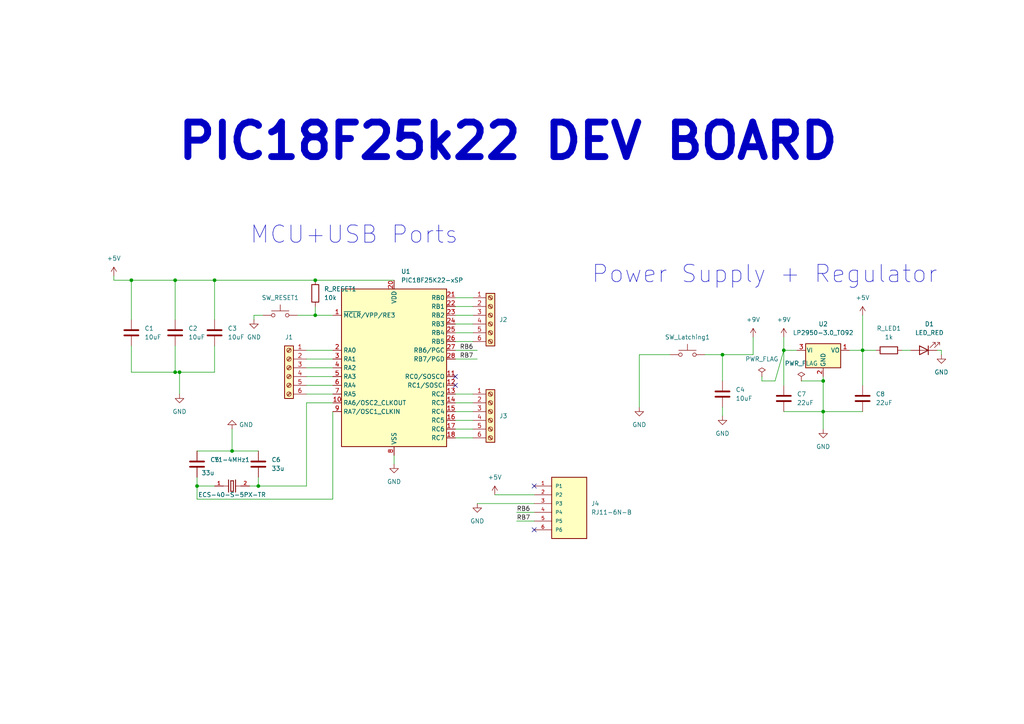
<source format=kicad_sch>
(kicad_sch (version 20211123) (generator eeschema)

  (uuid 9f0bdee0-1b87-41a7-a769-c4cfcf19ed69)

  (paper "A4")

  (title_block
    (title "PIC18F25K22")
    (date "2023-07-09")
    (rev "0.1")
  )

  (lib_symbols
    (symbol "Connector:Screw_Terminal_01x06" (pin_names (offset 1.016) hide) (in_bom yes) (on_board yes)
      (property "Reference" "J" (id 0) (at 0 7.62 0)
        (effects (font (size 1.27 1.27)))
      )
      (property "Value" "Screw_Terminal_01x06" (id 1) (at 0 -10.16 0)
        (effects (font (size 1.27 1.27)))
      )
      (property "Footprint" "" (id 2) (at 0 0 0)
        (effects (font (size 1.27 1.27)) hide)
      )
      (property "Datasheet" "~" (id 3) (at 0 0 0)
        (effects (font (size 1.27 1.27)) hide)
      )
      (property "ki_keywords" "screw terminal" (id 4) (at 0 0 0)
        (effects (font (size 1.27 1.27)) hide)
      )
      (property "ki_description" "Generic screw terminal, single row, 01x06, script generated (kicad-library-utils/schlib/autogen/connector/)" (id 5) (at 0 0 0)
        (effects (font (size 1.27 1.27)) hide)
      )
      (property "ki_fp_filters" "TerminalBlock*:*" (id 6) (at 0 0 0)
        (effects (font (size 1.27 1.27)) hide)
      )
      (symbol "Screw_Terminal_01x06_1_1"
        (rectangle (start -1.27 6.35) (end 1.27 -8.89)
          (stroke (width 0.254) (type default) (color 0 0 0 0))
          (fill (type background))
        )
        (circle (center 0 -7.62) (radius 0.635)
          (stroke (width 0.1524) (type default) (color 0 0 0 0))
          (fill (type none))
        )
        (circle (center 0 -5.08) (radius 0.635)
          (stroke (width 0.1524) (type default) (color 0 0 0 0))
          (fill (type none))
        )
        (circle (center 0 -2.54) (radius 0.635)
          (stroke (width 0.1524) (type default) (color 0 0 0 0))
          (fill (type none))
        )
        (polyline
          (pts
            (xy -0.5334 -7.2898)
            (xy 0.3302 -8.128)
          )
          (stroke (width 0.1524) (type default) (color 0 0 0 0))
          (fill (type none))
        )
        (polyline
          (pts
            (xy -0.5334 -4.7498)
            (xy 0.3302 -5.588)
          )
          (stroke (width 0.1524) (type default) (color 0 0 0 0))
          (fill (type none))
        )
        (polyline
          (pts
            (xy -0.5334 -2.2098)
            (xy 0.3302 -3.048)
          )
          (stroke (width 0.1524) (type default) (color 0 0 0 0))
          (fill (type none))
        )
        (polyline
          (pts
            (xy -0.5334 0.3302)
            (xy 0.3302 -0.508)
          )
          (stroke (width 0.1524) (type default) (color 0 0 0 0))
          (fill (type none))
        )
        (polyline
          (pts
            (xy -0.5334 2.8702)
            (xy 0.3302 2.032)
          )
          (stroke (width 0.1524) (type default) (color 0 0 0 0))
          (fill (type none))
        )
        (polyline
          (pts
            (xy -0.5334 5.4102)
            (xy 0.3302 4.572)
          )
          (stroke (width 0.1524) (type default) (color 0 0 0 0))
          (fill (type none))
        )
        (polyline
          (pts
            (xy -0.3556 -7.112)
            (xy 0.508 -7.9502)
          )
          (stroke (width 0.1524) (type default) (color 0 0 0 0))
          (fill (type none))
        )
        (polyline
          (pts
            (xy -0.3556 -4.572)
            (xy 0.508 -5.4102)
          )
          (stroke (width 0.1524) (type default) (color 0 0 0 0))
          (fill (type none))
        )
        (polyline
          (pts
            (xy -0.3556 -2.032)
            (xy 0.508 -2.8702)
          )
          (stroke (width 0.1524) (type default) (color 0 0 0 0))
          (fill (type none))
        )
        (polyline
          (pts
            (xy -0.3556 0.508)
            (xy 0.508 -0.3302)
          )
          (stroke (width 0.1524) (type default) (color 0 0 0 0))
          (fill (type none))
        )
        (polyline
          (pts
            (xy -0.3556 3.048)
            (xy 0.508 2.2098)
          )
          (stroke (width 0.1524) (type default) (color 0 0 0 0))
          (fill (type none))
        )
        (polyline
          (pts
            (xy -0.3556 5.588)
            (xy 0.508 4.7498)
          )
          (stroke (width 0.1524) (type default) (color 0 0 0 0))
          (fill (type none))
        )
        (circle (center 0 0) (radius 0.635)
          (stroke (width 0.1524) (type default) (color 0 0 0 0))
          (fill (type none))
        )
        (circle (center 0 2.54) (radius 0.635)
          (stroke (width 0.1524) (type default) (color 0 0 0 0))
          (fill (type none))
        )
        (circle (center 0 5.08) (radius 0.635)
          (stroke (width 0.1524) (type default) (color 0 0 0 0))
          (fill (type none))
        )
        (pin passive line (at -5.08 5.08 0) (length 3.81)
          (name "Pin_1" (effects (font (size 1.27 1.27))))
          (number "1" (effects (font (size 1.27 1.27))))
        )
        (pin passive line (at -5.08 2.54 0) (length 3.81)
          (name "Pin_2" (effects (font (size 1.27 1.27))))
          (number "2" (effects (font (size 1.27 1.27))))
        )
        (pin passive line (at -5.08 0 0) (length 3.81)
          (name "Pin_3" (effects (font (size 1.27 1.27))))
          (number "3" (effects (font (size 1.27 1.27))))
        )
        (pin passive line (at -5.08 -2.54 0) (length 3.81)
          (name "Pin_4" (effects (font (size 1.27 1.27))))
          (number "4" (effects (font (size 1.27 1.27))))
        )
        (pin passive line (at -5.08 -5.08 0) (length 3.81)
          (name "Pin_5" (effects (font (size 1.27 1.27))))
          (number "5" (effects (font (size 1.27 1.27))))
        )
        (pin passive line (at -5.08 -7.62 0) (length 3.81)
          (name "Pin_6" (effects (font (size 1.27 1.27))))
          (number "6" (effects (font (size 1.27 1.27))))
        )
      )
    )
    (symbol "Device:C" (pin_numbers hide) (pin_names (offset 0.254)) (in_bom yes) (on_board yes)
      (property "Reference" "C" (id 0) (at 0.635 2.54 0)
        (effects (font (size 1.27 1.27)) (justify left))
      )
      (property "Value" "C" (id 1) (at 0.635 -2.54 0)
        (effects (font (size 1.27 1.27)) (justify left))
      )
      (property "Footprint" "" (id 2) (at 0.9652 -3.81 0)
        (effects (font (size 1.27 1.27)) hide)
      )
      (property "Datasheet" "~" (id 3) (at 0 0 0)
        (effects (font (size 1.27 1.27)) hide)
      )
      (property "ki_keywords" "cap capacitor" (id 4) (at 0 0 0)
        (effects (font (size 1.27 1.27)) hide)
      )
      (property "ki_description" "Unpolarized capacitor" (id 5) (at 0 0 0)
        (effects (font (size 1.27 1.27)) hide)
      )
      (property "ki_fp_filters" "C_*" (id 6) (at 0 0 0)
        (effects (font (size 1.27 1.27)) hide)
      )
      (symbol "C_0_1"
        (polyline
          (pts
            (xy -2.032 -0.762)
            (xy 2.032 -0.762)
          )
          (stroke (width 0.508) (type default) (color 0 0 0 0))
          (fill (type none))
        )
        (polyline
          (pts
            (xy -2.032 0.762)
            (xy 2.032 0.762)
          )
          (stroke (width 0.508) (type default) (color 0 0 0 0))
          (fill (type none))
        )
      )
      (symbol "C_1_1"
        (pin passive line (at 0 3.81 270) (length 2.794)
          (name "~" (effects (font (size 1.27 1.27))))
          (number "1" (effects (font (size 1.27 1.27))))
        )
        (pin passive line (at 0 -3.81 90) (length 2.794)
          (name "~" (effects (font (size 1.27 1.27))))
          (number "2" (effects (font (size 1.27 1.27))))
        )
      )
    )
    (symbol "Device:LED" (pin_numbers hide) (pin_names (offset 1.016) hide) (in_bom yes) (on_board yes)
      (property "Reference" "D" (id 0) (at 0 2.54 0)
        (effects (font (size 1.27 1.27)))
      )
      (property "Value" "LED" (id 1) (at 0 -2.54 0)
        (effects (font (size 1.27 1.27)))
      )
      (property "Footprint" "" (id 2) (at 0 0 0)
        (effects (font (size 1.27 1.27)) hide)
      )
      (property "Datasheet" "~" (id 3) (at 0 0 0)
        (effects (font (size 1.27 1.27)) hide)
      )
      (property "ki_keywords" "LED diode" (id 4) (at 0 0 0)
        (effects (font (size 1.27 1.27)) hide)
      )
      (property "ki_description" "Light emitting diode" (id 5) (at 0 0 0)
        (effects (font (size 1.27 1.27)) hide)
      )
      (property "ki_fp_filters" "LED* LED_SMD:* LED_THT:*" (id 6) (at 0 0 0)
        (effects (font (size 1.27 1.27)) hide)
      )
      (symbol "LED_0_1"
        (polyline
          (pts
            (xy -1.27 -1.27)
            (xy -1.27 1.27)
          )
          (stroke (width 0.254) (type default) (color 0 0 0 0))
          (fill (type none))
        )
        (polyline
          (pts
            (xy -1.27 0)
            (xy 1.27 0)
          )
          (stroke (width 0) (type default) (color 0 0 0 0))
          (fill (type none))
        )
        (polyline
          (pts
            (xy 1.27 -1.27)
            (xy 1.27 1.27)
            (xy -1.27 0)
            (xy 1.27 -1.27)
          )
          (stroke (width 0.254) (type default) (color 0 0 0 0))
          (fill (type none))
        )
        (polyline
          (pts
            (xy -3.048 -0.762)
            (xy -4.572 -2.286)
            (xy -3.81 -2.286)
            (xy -4.572 -2.286)
            (xy -4.572 -1.524)
          )
          (stroke (width 0) (type default) (color 0 0 0 0))
          (fill (type none))
        )
        (polyline
          (pts
            (xy -1.778 -0.762)
            (xy -3.302 -2.286)
            (xy -2.54 -2.286)
            (xy -3.302 -2.286)
            (xy -3.302 -1.524)
          )
          (stroke (width 0) (type default) (color 0 0 0 0))
          (fill (type none))
        )
      )
      (symbol "LED_1_1"
        (pin passive line (at -3.81 0 0) (length 2.54)
          (name "K" (effects (font (size 1.27 1.27))))
          (number "1" (effects (font (size 1.27 1.27))))
        )
        (pin passive line (at 3.81 0 180) (length 2.54)
          (name "A" (effects (font (size 1.27 1.27))))
          (number "2" (effects (font (size 1.27 1.27))))
        )
      )
    )
    (symbol "Device:R" (pin_numbers hide) (pin_names (offset 0)) (in_bom yes) (on_board yes)
      (property "Reference" "R" (id 0) (at 2.032 0 90)
        (effects (font (size 1.27 1.27)))
      )
      (property "Value" "R" (id 1) (at 0 0 90)
        (effects (font (size 1.27 1.27)))
      )
      (property "Footprint" "" (id 2) (at -1.778 0 90)
        (effects (font (size 1.27 1.27)) hide)
      )
      (property "Datasheet" "~" (id 3) (at 0 0 0)
        (effects (font (size 1.27 1.27)) hide)
      )
      (property "ki_keywords" "R res resistor" (id 4) (at 0 0 0)
        (effects (font (size 1.27 1.27)) hide)
      )
      (property "ki_description" "Resistor" (id 5) (at 0 0 0)
        (effects (font (size 1.27 1.27)) hide)
      )
      (property "ki_fp_filters" "R_*" (id 6) (at 0 0 0)
        (effects (font (size 1.27 1.27)) hide)
      )
      (symbol "R_0_1"
        (rectangle (start -1.016 -2.54) (end 1.016 2.54)
          (stroke (width 0.254) (type default) (color 0 0 0 0))
          (fill (type none))
        )
      )
      (symbol "R_1_1"
        (pin passive line (at 0 3.81 270) (length 1.27)
          (name "~" (effects (font (size 1.27 1.27))))
          (number "1" (effects (font (size 1.27 1.27))))
        )
        (pin passive line (at 0 -3.81 90) (length 1.27)
          (name "~" (effects (font (size 1.27 1.27))))
          (number "2" (effects (font (size 1.27 1.27))))
        )
      )
    )
    (symbol "ECS-40-S-5PX-TR:ECS-40-S-5PX-TR" (pin_names (offset 1.016)) (in_bom yes) (on_board yes)
      (property "Reference" "Y" (id 0) (at -5.0869 3.8152 0)
        (effects (font (size 1.27 1.27)) (justify left bottom))
      )
      (property "Value" "ECS-40-S-5PX-TR" (id 1) (at -5.0903 -5.0903 0)
        (effects (font (size 1.27 1.27)) (justify left bottom))
      )
      (property "Footprint" "XTAL_ECS-40-S-5PX-TR" (id 2) (at 0 0 0)
        (effects (font (size 1.27 1.27)) (justify bottom) hide)
      )
      (property "Datasheet" "" (id 3) (at 0 0 0)
        (effects (font (size 1.27 1.27)) hide)
      )
      (property "PARTREV" "2017" (id 4) (at 0 0 0)
        (effects (font (size 1.27 1.27)) (justify bottom) hide)
      )
      (property "MANUFACTURER" "ECS INC." (id 5) (at 0 0 0)
        (effects (font (size 1.27 1.27)) (justify bottom) hide)
      )
      (property "STANDARD" "Manufacturer recommendations" (id 6) (at 0 0 0)
        (effects (font (size 1.27 1.27)) (justify bottom) hide)
      )
      (symbol "ECS-40-S-5PX-TR_0_0"
        (polyline
          (pts
            (xy -2.54 0)
            (xy -1.016 0)
          )
          (stroke (width 0.1524) (type default) (color 0 0 0 0))
          (fill (type none))
        )
        (polyline
          (pts
            (xy -1.016 1.778)
            (xy -1.016 -1.778)
          )
          (stroke (width 0.254) (type default) (color 0 0 0 0))
          (fill (type none))
        )
        (polyline
          (pts
            (xy -0.381 -1.524)
            (xy 0.381 -1.524)
          )
          (stroke (width 0.254) (type default) (color 0 0 0 0))
          (fill (type none))
        )
        (polyline
          (pts
            (xy -0.381 1.524)
            (xy -0.381 -1.524)
          )
          (stroke (width 0.254) (type default) (color 0 0 0 0))
          (fill (type none))
        )
        (polyline
          (pts
            (xy 0.381 -1.524)
            (xy 0.381 1.524)
          )
          (stroke (width 0.254) (type default) (color 0 0 0 0))
          (fill (type none))
        )
        (polyline
          (pts
            (xy 0.381 1.524)
            (xy -0.381 1.524)
          )
          (stroke (width 0.254) (type default) (color 0 0 0 0))
          (fill (type none))
        )
        (polyline
          (pts
            (xy 1.016 0)
            (xy 2.54 0)
          )
          (stroke (width 0.1524) (type default) (color 0 0 0 0))
          (fill (type none))
        )
        (polyline
          (pts
            (xy 1.016 1.778)
            (xy 1.016 -1.778)
          )
          (stroke (width 0.254) (type default) (color 0 0 0 0))
          (fill (type none))
        )
        (pin passive line (at -5.08 0 0) (length 2.54)
          (name "~" (effects (font (size 1.016 1.016))))
          (number "1" (effects (font (size 1.016 1.016))))
        )
        (pin passive line (at 5.08 0 180) (length 2.54)
          (name "~" (effects (font (size 1.016 1.016))))
          (number "2" (effects (font (size 1.016 1.016))))
        )
      )
    )
    (symbol "MCU_Microchip_PIC18:PIC18F25K22-xSP" (in_bom yes) (on_board yes)
      (property "Reference" "U" (id 0) (at -12.7 25.4 0)
        (effects (font (size 1.27 1.27)))
      )
      (property "Value" "PIC18F25K22-xSP" (id 1) (at 12.7 25.4 0)
        (effects (font (size 1.27 1.27)))
      )
      (property "Footprint" "Package_DIP:DIP-28_W7.62mm" (id 2) (at 1.27 0.635 0)
        (effects (font (size 1.27 1.27)) hide)
      )
      (property "Datasheet" "http://ww1.microchip.com/downloads/en/DeviceDoc/40001412G.pdf" (id 3) (at 1.27 0.635 0)
        (effects (font (size 1.27 1.27)) hide)
      )
      (property "ki_keywords" "Flash-Based 8-Bit Microcontroller XLP" (id 4) (at 0 0 0)
        (effects (font (size 1.27 1.27)) hide)
      )
      (property "ki_description" "32K Flash, 1536B SRAM, 256B EEPROM, nanoWatt XLP, 2.3V to 5.5V, SPDIP28" (id 5) (at 0 0 0)
        (effects (font (size 1.27 1.27)) hide)
      )
      (property "ki_fp_filters" "DIP*W7.62mm*" (id 6) (at 0 0 0)
        (effects (font (size 1.27 1.27)) hide)
      )
      (symbol "PIC18F25K22-xSP_1_1"
        (rectangle (start -15.24 22.86) (end 15.24 -22.86)
          (stroke (width 0.254) (type default) (color 0 0 0 0))
          (fill (type background))
        )
        (pin input line (at -17.78 15.24 0) (length 2.54)
          (name "~{MCLR}/VPP/RE3" (effects (font (size 1.27 1.27))))
          (number "1" (effects (font (size 1.27 1.27))))
        )
        (pin bidirectional line (at -17.78 -10.16 0) (length 2.54)
          (name "RA6/OSC2_CLKOUT" (effects (font (size 1.27 1.27))))
          (number "10" (effects (font (size 1.27 1.27))))
        )
        (pin bidirectional line (at 17.78 -2.54 180) (length 2.54)
          (name "RC0/SOSCO" (effects (font (size 1.27 1.27))))
          (number "11" (effects (font (size 1.27 1.27))))
        )
        (pin bidirectional line (at 17.78 -5.08 180) (length 2.54)
          (name "RC1/SOSCI" (effects (font (size 1.27 1.27))))
          (number "12" (effects (font (size 1.27 1.27))))
        )
        (pin bidirectional line (at 17.78 -7.62 180) (length 2.54)
          (name "RC2" (effects (font (size 1.27 1.27))))
          (number "13" (effects (font (size 1.27 1.27))))
        )
        (pin bidirectional line (at 17.78 -10.16 180) (length 2.54)
          (name "RC3" (effects (font (size 1.27 1.27))))
          (number "14" (effects (font (size 1.27 1.27))))
        )
        (pin bidirectional line (at 17.78 -12.7 180) (length 2.54)
          (name "RC4" (effects (font (size 1.27 1.27))))
          (number "15" (effects (font (size 1.27 1.27))))
        )
        (pin bidirectional line (at 17.78 -15.24 180) (length 2.54)
          (name "RC5" (effects (font (size 1.27 1.27))))
          (number "16" (effects (font (size 1.27 1.27))))
        )
        (pin bidirectional line (at 17.78 -17.78 180) (length 2.54)
          (name "RC6" (effects (font (size 1.27 1.27))))
          (number "17" (effects (font (size 1.27 1.27))))
        )
        (pin bidirectional line (at 17.78 -20.32 180) (length 2.54)
          (name "RC7" (effects (font (size 1.27 1.27))))
          (number "18" (effects (font (size 1.27 1.27))))
        )
        (pin passive line (at 0 -25.4 90) (length 2.54) hide
          (name "VSS" (effects (font (size 1.27 1.27))))
          (number "19" (effects (font (size 1.27 1.27))))
        )
        (pin bidirectional line (at -17.78 5.08 0) (length 2.54)
          (name "RA0" (effects (font (size 1.27 1.27))))
          (number "2" (effects (font (size 1.27 1.27))))
        )
        (pin power_in line (at 0 25.4 270) (length 2.54)
          (name "VDD" (effects (font (size 1.27 1.27))))
          (number "20" (effects (font (size 1.27 1.27))))
        )
        (pin bidirectional line (at 17.78 20.32 180) (length 2.54)
          (name "RB0" (effects (font (size 1.27 1.27))))
          (number "21" (effects (font (size 1.27 1.27))))
        )
        (pin bidirectional line (at 17.78 17.78 180) (length 2.54)
          (name "RB1" (effects (font (size 1.27 1.27))))
          (number "22" (effects (font (size 1.27 1.27))))
        )
        (pin bidirectional line (at 17.78 15.24 180) (length 2.54)
          (name "RB2" (effects (font (size 1.27 1.27))))
          (number "23" (effects (font (size 1.27 1.27))))
        )
        (pin bidirectional line (at 17.78 12.7 180) (length 2.54)
          (name "RB3" (effects (font (size 1.27 1.27))))
          (number "24" (effects (font (size 1.27 1.27))))
        )
        (pin bidirectional line (at 17.78 10.16 180) (length 2.54)
          (name "RB4" (effects (font (size 1.27 1.27))))
          (number "25" (effects (font (size 1.27 1.27))))
        )
        (pin bidirectional line (at 17.78 7.62 180) (length 2.54)
          (name "RB5" (effects (font (size 1.27 1.27))))
          (number "26" (effects (font (size 1.27 1.27))))
        )
        (pin bidirectional line (at 17.78 5.08 180) (length 2.54)
          (name "RB6/PGC" (effects (font (size 1.27 1.27))))
          (number "27" (effects (font (size 1.27 1.27))))
        )
        (pin bidirectional line (at 17.78 2.54 180) (length 2.54)
          (name "RB7/PGD" (effects (font (size 1.27 1.27))))
          (number "28" (effects (font (size 1.27 1.27))))
        )
        (pin bidirectional line (at -17.78 2.54 0) (length 2.54)
          (name "RA1" (effects (font (size 1.27 1.27))))
          (number "3" (effects (font (size 1.27 1.27))))
        )
        (pin bidirectional line (at -17.78 0 0) (length 2.54)
          (name "RA2" (effects (font (size 1.27 1.27))))
          (number "4" (effects (font (size 1.27 1.27))))
        )
        (pin bidirectional line (at -17.78 -2.54 0) (length 2.54)
          (name "RA3" (effects (font (size 1.27 1.27))))
          (number "5" (effects (font (size 1.27 1.27))))
        )
        (pin bidirectional line (at -17.78 -5.08 0) (length 2.54)
          (name "RA4" (effects (font (size 1.27 1.27))))
          (number "6" (effects (font (size 1.27 1.27))))
        )
        (pin bidirectional line (at -17.78 -7.62 0) (length 2.54)
          (name "RA5" (effects (font (size 1.27 1.27))))
          (number "7" (effects (font (size 1.27 1.27))))
        )
        (pin power_in line (at 0 -25.4 90) (length 2.54)
          (name "VSS" (effects (font (size 1.27 1.27))))
          (number "8" (effects (font (size 1.27 1.27))))
        )
        (pin bidirectional line (at -17.78 -12.7 0) (length 2.54)
          (name "RA7/OSC1_CLKIN" (effects (font (size 1.27 1.27))))
          (number "9" (effects (font (size 1.27 1.27))))
        )
      )
    )
    (symbol "RJ11-6N-B:RJ11-6N-B" (pin_names (offset 1.016)) (in_bom yes) (on_board yes)
      (property "Reference" "J" (id 0) (at -5.0887 10.9407 0)
        (effects (font (size 1.27 1.27)) (justify left bottom))
      )
      (property "Value" "RJ11-6N-B" (id 1) (at -5.0824 -10.1649 0)
        (effects (font (size 1.27 1.27)) (justify left bottom))
      )
      (property "Footprint" "TE_RJ11-6N-B" (id 2) (at 0 0 0)
        (effects (font (size 1.27 1.27)) (justify bottom) hide)
      )
      (property "Datasheet" "" (id 3) (at 0 0 0)
        (effects (font (size 1.27 1.27)) hide)
      )
      (property "Comment" "6609212-4" (id 4) (at 0 0 0)
        (effects (font (size 1.27 1.27)) (justify bottom) hide)
      )
      (symbol "RJ11-6N-B_0_0"
        (rectangle (start -5.08 -7.62) (end 5.08 10.16)
          (stroke (width 0.254) (type default) (color 0 0 0 0))
          (fill (type background))
        )
        (pin passive line (at -10.16 7.62 0) (length 5.08)
          (name "P1" (effects (font (size 1.016 1.016))))
          (number "1" (effects (font (size 1.016 1.016))))
        )
        (pin passive line (at -10.16 5.08 0) (length 5.08)
          (name "P2" (effects (font (size 1.016 1.016))))
          (number "2" (effects (font (size 1.016 1.016))))
        )
        (pin passive line (at -10.16 2.54 0) (length 5.08)
          (name "P3" (effects (font (size 1.016 1.016))))
          (number "3" (effects (font (size 1.016 1.016))))
        )
        (pin passive line (at -10.16 0 0) (length 5.08)
          (name "P4" (effects (font (size 1.016 1.016))))
          (number "4" (effects (font (size 1.016 1.016))))
        )
        (pin passive line (at -10.16 -2.54 0) (length 5.08)
          (name "P5" (effects (font (size 1.016 1.016))))
          (number "5" (effects (font (size 1.016 1.016))))
        )
        (pin passive line (at -10.16 -5.08 0) (length 5.08)
          (name "P6" (effects (font (size 1.016 1.016))))
          (number "6" (effects (font (size 1.016 1.016))))
        )
      )
    )
    (symbol "Regulator_Linear:LP2950-3.0_TO92" (pin_names (offset 0.254)) (in_bom yes) (on_board yes)
      (property "Reference" "U" (id 0) (at -3.81 3.175 0)
        (effects (font (size 1.27 1.27)))
      )
      (property "Value" "LP2950-3.0_TO92" (id 1) (at 0 3.175 0)
        (effects (font (size 1.27 1.27)) (justify left))
      )
      (property "Footprint" "Package_TO_SOT_THT:TO-92_Inline" (id 2) (at 0 5.715 0)
        (effects (font (size 1.27 1.27) italic) hide)
      )
      (property "Datasheet" "http://www.ti.com/lit/ds/symlink/lp2950.pdf" (id 3) (at 0 -1.27 0)
        (effects (font (size 1.27 1.27)) hide)
      )
      (property "ki_keywords" "Micropower Voltage Regulator 100mA Positive" (id 4) (at 0 0 0)
        (effects (font (size 1.27 1.27)) hide)
      )
      (property "ki_description" "Positive 100mA 30V Linear Micropower Voltage Regulator, Fixed Output 3.0V, TO-92" (id 5) (at 0 0 0)
        (effects (font (size 1.27 1.27)) hide)
      )
      (property "ki_fp_filters" "TO?92*" (id 6) (at 0 0 0)
        (effects (font (size 1.27 1.27)) hide)
      )
      (symbol "LP2950-3.0_TO92_0_1"
        (rectangle (start -5.08 -5.08) (end 5.08 1.905)
          (stroke (width 0.254) (type default) (color 0 0 0 0))
          (fill (type background))
        )
      )
      (symbol "LP2950-3.0_TO92_1_1"
        (pin power_out line (at 7.62 0 180) (length 2.54)
          (name "VO" (effects (font (size 1.27 1.27))))
          (number "1" (effects (font (size 1.27 1.27))))
        )
        (pin power_in line (at 0 -7.62 90) (length 2.54)
          (name "GND" (effects (font (size 1.27 1.27))))
          (number "2" (effects (font (size 1.27 1.27))))
        )
        (pin power_in line (at -7.62 0 0) (length 2.54)
          (name "VI" (effects (font (size 1.27 1.27))))
          (number "3" (effects (font (size 1.27 1.27))))
        )
      )
    )
    (symbol "Switch:SW_Push" (pin_numbers hide) (pin_names (offset 1.016) hide) (in_bom yes) (on_board yes)
      (property "Reference" "SW" (id 0) (at 1.27 2.54 0)
        (effects (font (size 1.27 1.27)) (justify left))
      )
      (property "Value" "SW_Push" (id 1) (at 0 -1.524 0)
        (effects (font (size 1.27 1.27)))
      )
      (property "Footprint" "" (id 2) (at 0 5.08 0)
        (effects (font (size 1.27 1.27)) hide)
      )
      (property "Datasheet" "~" (id 3) (at 0 5.08 0)
        (effects (font (size 1.27 1.27)) hide)
      )
      (property "ki_keywords" "switch normally-open pushbutton push-button" (id 4) (at 0 0 0)
        (effects (font (size 1.27 1.27)) hide)
      )
      (property "ki_description" "Push button switch, generic, two pins" (id 5) (at 0 0 0)
        (effects (font (size 1.27 1.27)) hide)
      )
      (symbol "SW_Push_0_1"
        (circle (center -2.032 0) (radius 0.508)
          (stroke (width 0) (type default) (color 0 0 0 0))
          (fill (type none))
        )
        (polyline
          (pts
            (xy 0 1.27)
            (xy 0 3.048)
          )
          (stroke (width 0) (type default) (color 0 0 0 0))
          (fill (type none))
        )
        (polyline
          (pts
            (xy 2.54 1.27)
            (xy -2.54 1.27)
          )
          (stroke (width 0) (type default) (color 0 0 0 0))
          (fill (type none))
        )
        (circle (center 2.032 0) (radius 0.508)
          (stroke (width 0) (type default) (color 0 0 0 0))
          (fill (type none))
        )
        (pin passive line (at -5.08 0 0) (length 2.54)
          (name "1" (effects (font (size 1.27 1.27))))
          (number "1" (effects (font (size 1.27 1.27))))
        )
        (pin passive line (at 5.08 0 180) (length 2.54)
          (name "2" (effects (font (size 1.27 1.27))))
          (number "2" (effects (font (size 1.27 1.27))))
        )
      )
    )
    (symbol "power:+5V" (power) (pin_names (offset 0)) (in_bom yes) (on_board yes)
      (property "Reference" "#PWR" (id 0) (at 0 -3.81 0)
        (effects (font (size 1.27 1.27)) hide)
      )
      (property "Value" "+5V" (id 1) (at 0 3.556 0)
        (effects (font (size 1.27 1.27)))
      )
      (property "Footprint" "" (id 2) (at 0 0 0)
        (effects (font (size 1.27 1.27)) hide)
      )
      (property "Datasheet" "" (id 3) (at 0 0 0)
        (effects (font (size 1.27 1.27)) hide)
      )
      (property "ki_keywords" "global power" (id 4) (at 0 0 0)
        (effects (font (size 1.27 1.27)) hide)
      )
      (property "ki_description" "Power symbol creates a global label with name \"+5V\"" (id 5) (at 0 0 0)
        (effects (font (size 1.27 1.27)) hide)
      )
      (symbol "+5V_0_1"
        (polyline
          (pts
            (xy -0.762 1.27)
            (xy 0 2.54)
          )
          (stroke (width 0) (type default) (color 0 0 0 0))
          (fill (type none))
        )
        (polyline
          (pts
            (xy 0 0)
            (xy 0 2.54)
          )
          (stroke (width 0) (type default) (color 0 0 0 0))
          (fill (type none))
        )
        (polyline
          (pts
            (xy 0 2.54)
            (xy 0.762 1.27)
          )
          (stroke (width 0) (type default) (color 0 0 0 0))
          (fill (type none))
        )
      )
      (symbol "+5V_1_1"
        (pin power_in line (at 0 0 90) (length 0) hide
          (name "+5V" (effects (font (size 1.27 1.27))))
          (number "1" (effects (font (size 1.27 1.27))))
        )
      )
    )
    (symbol "power:+9V" (power) (pin_names (offset 0)) (in_bom yes) (on_board yes)
      (property "Reference" "#PWR" (id 0) (at 0 -3.81 0)
        (effects (font (size 1.27 1.27)) hide)
      )
      (property "Value" "+9V" (id 1) (at 0 3.556 0)
        (effects (font (size 1.27 1.27)))
      )
      (property "Footprint" "" (id 2) (at 0 0 0)
        (effects (font (size 1.27 1.27)) hide)
      )
      (property "Datasheet" "" (id 3) (at 0 0 0)
        (effects (font (size 1.27 1.27)) hide)
      )
      (property "ki_keywords" "global power" (id 4) (at 0 0 0)
        (effects (font (size 1.27 1.27)) hide)
      )
      (property "ki_description" "Power symbol creates a global label with name \"+9V\"" (id 5) (at 0 0 0)
        (effects (font (size 1.27 1.27)) hide)
      )
      (symbol "+9V_0_1"
        (polyline
          (pts
            (xy -0.762 1.27)
            (xy 0 2.54)
          )
          (stroke (width 0) (type default) (color 0 0 0 0))
          (fill (type none))
        )
        (polyline
          (pts
            (xy 0 0)
            (xy 0 2.54)
          )
          (stroke (width 0) (type default) (color 0 0 0 0))
          (fill (type none))
        )
        (polyline
          (pts
            (xy 0 2.54)
            (xy 0.762 1.27)
          )
          (stroke (width 0) (type default) (color 0 0 0 0))
          (fill (type none))
        )
      )
      (symbol "+9V_1_1"
        (pin power_in line (at 0 0 90) (length 0) hide
          (name "+9V" (effects (font (size 1.27 1.27))))
          (number "1" (effects (font (size 1.27 1.27))))
        )
      )
    )
    (symbol "power:GND" (power) (pin_names (offset 0)) (in_bom yes) (on_board yes)
      (property "Reference" "#PWR" (id 0) (at 0 -6.35 0)
        (effects (font (size 1.27 1.27)) hide)
      )
      (property "Value" "GND" (id 1) (at 0 -3.81 0)
        (effects (font (size 1.27 1.27)))
      )
      (property "Footprint" "" (id 2) (at 0 0 0)
        (effects (font (size 1.27 1.27)) hide)
      )
      (property "Datasheet" "" (id 3) (at 0 0 0)
        (effects (font (size 1.27 1.27)) hide)
      )
      (property "ki_keywords" "global power" (id 4) (at 0 0 0)
        (effects (font (size 1.27 1.27)) hide)
      )
      (property "ki_description" "Power symbol creates a global label with name \"GND\" , ground" (id 5) (at 0 0 0)
        (effects (font (size 1.27 1.27)) hide)
      )
      (symbol "GND_0_1"
        (polyline
          (pts
            (xy 0 0)
            (xy 0 -1.27)
            (xy 1.27 -1.27)
            (xy 0 -2.54)
            (xy -1.27 -1.27)
            (xy 0 -1.27)
          )
          (stroke (width 0) (type default) (color 0 0 0 0))
          (fill (type none))
        )
      )
      (symbol "GND_1_1"
        (pin power_in line (at 0 0 270) (length 0) hide
          (name "GND" (effects (font (size 1.27 1.27))))
          (number "1" (effects (font (size 1.27 1.27))))
        )
      )
    )
    (symbol "power:PWR_FLAG" (power) (pin_numbers hide) (pin_names (offset 0) hide) (in_bom yes) (on_board yes)
      (property "Reference" "#FLG" (id 0) (at 0 1.905 0)
        (effects (font (size 1.27 1.27)) hide)
      )
      (property "Value" "PWR_FLAG" (id 1) (at 0 3.81 0)
        (effects (font (size 1.27 1.27)))
      )
      (property "Footprint" "" (id 2) (at 0 0 0)
        (effects (font (size 1.27 1.27)) hide)
      )
      (property "Datasheet" "~" (id 3) (at 0 0 0)
        (effects (font (size 1.27 1.27)) hide)
      )
      (property "ki_keywords" "flag power" (id 4) (at 0 0 0)
        (effects (font (size 1.27 1.27)) hide)
      )
      (property "ki_description" "Special symbol for telling ERC where power comes from" (id 5) (at 0 0 0)
        (effects (font (size 1.27 1.27)) hide)
      )
      (symbol "PWR_FLAG_0_0"
        (pin power_out line (at 0 0 90) (length 0)
          (name "pwr" (effects (font (size 1.27 1.27))))
          (number "1" (effects (font (size 1.27 1.27))))
        )
      )
      (symbol "PWR_FLAG_0_1"
        (polyline
          (pts
            (xy 0 0)
            (xy 0 1.27)
            (xy -1.016 1.905)
            (xy 0 2.54)
            (xy 1.016 1.905)
            (xy 0 1.27)
          )
          (stroke (width 0) (type default) (color 0 0 0 0))
          (fill (type none))
        )
      )
    )
  )

  (junction (at 91.44 81.28) (diameter 0) (color 0 0 0 0)
    (uuid 0479b13a-2e29-462b-b53f-7dc66d320509)
  )
  (junction (at 238.76 110.49) (diameter 0) (color 0 0 0 0)
    (uuid 0a9df263-7955-44b8-8564-14d5cd1cd5e5)
  )
  (junction (at 57.15 140.97) (diameter 0) (color 0 0 0 0)
    (uuid 0e64252d-73c7-40a8-8092-dc9f955b4256)
  )
  (junction (at 38.1 81.28) (diameter 0) (color 0 0 0 0)
    (uuid 105db273-fdd1-4954-8c15-7980ac482e7e)
  )
  (junction (at 74.93 140.97) (diameter 0) (color 0 0 0 0)
    (uuid 2292c927-0652-41c4-85d1-3f272ea67396)
  )
  (junction (at 250.19 101.6) (diameter 0) (color 0 0 0 0)
    (uuid 2bf22cd2-2e39-4356-a6f4-0901207ccf88)
  )
  (junction (at 67.31 130.81) (diameter 0) (color 0 0 0 0)
    (uuid 2d17576d-572c-41e4-802c-e88c8fce5d62)
  )
  (junction (at 209.55 102.87) (diameter 0) (color 0 0 0 0)
    (uuid 406b50d4-84e6-4ace-922b-04aaad910350)
  )
  (junction (at 50.8 81.28) (diameter 0) (color 0 0 0 0)
    (uuid 568059f5-c802-431c-bb7b-19a9cc52895b)
  )
  (junction (at 227.33 101.6) (diameter 0) (color 0 0 0 0)
    (uuid 5ac338ac-c1ff-4ed3-b5d1-cf16cbcf7c68)
  )
  (junction (at 50.8 107.95) (diameter 0) (color 0 0 0 0)
    (uuid 88cf0afe-4bc3-415c-b4ba-7ea313601fe3)
  )
  (junction (at 238.76 119.38) (diameter 0) (color 0 0 0 0)
    (uuid 93d3ffb4-4ccd-4e1c-af7c-ebf909b33c8e)
  )
  (junction (at 62.23 81.28) (diameter 0) (color 0 0 0 0)
    (uuid c29d56dc-0cfd-4acb-b6d5-2ef48456ccaf)
  )
  (junction (at 52.07 107.95) (diameter 0) (color 0 0 0 0)
    (uuid c864eaaf-5a5c-46bc-a078-a9f9603f4981)
  )
  (junction (at 91.44 91.44) (diameter 0) (color 0 0 0 0)
    (uuid f07320a5-c331-4dc0-a357-de6332317e3b)
  )

  (no_connect (at 132.08 111.76) (uuid 12cd85d3-0781-475f-a4cf-844990add966))
  (no_connect (at 132.08 109.22) (uuid 5a4cc133-2b37-4d04-8f62-7ce765dbd4b7))
  (no_connect (at 154.94 153.67) (uuid ca039f9b-7d92-42e0-a93a-6cd6f29c45e4))
  (no_connect (at 154.94 140.97) (uuid f2a82292-0903-4154-812e-4e84bd36c7c5))

  (wire (pts (xy 57.15 140.97) (xy 57.15 138.43))
    (stroke (width 0) (type default) (color 0 0 0 0))
    (uuid 0322742b-9356-49be-b55b-2956a96b32c9)
  )
  (wire (pts (xy 132.08 124.46) (xy 137.16 124.46))
    (stroke (width 0) (type default) (color 0 0 0 0))
    (uuid 07dbac7a-8495-47a2-b817-59cfa86842de)
  )
  (wire (pts (xy 88.9 114.3) (xy 96.52 114.3))
    (stroke (width 0) (type default) (color 0 0 0 0))
    (uuid 09141cbc-7f3c-401e-b83e-5a3c1c8bae4d)
  )
  (wire (pts (xy 271.78 101.6) (xy 273.05 101.6))
    (stroke (width 0) (type default) (color 0 0 0 0))
    (uuid 0b4a7780-e4b0-426e-a188-a1923d12deaa)
  )
  (wire (pts (xy 96.52 116.84) (xy 88.9 116.84))
    (stroke (width 0) (type default) (color 0 0 0 0))
    (uuid 0c59edfc-128e-404e-baa5-1b5f1a52d55c)
  )
  (wire (pts (xy 132.08 121.92) (xy 137.16 121.92))
    (stroke (width 0) (type default) (color 0 0 0 0))
    (uuid 0e85c12d-ff10-47c2-b450-ae1c031c1a47)
  )
  (wire (pts (xy 52.07 107.95) (xy 52.07 114.3))
    (stroke (width 0) (type default) (color 0 0 0 0))
    (uuid 1192f5a9-6000-4644-9fc8-3515759bf50a)
  )
  (wire (pts (xy 220.98 109.22) (xy 220.98 110.49))
    (stroke (width 0) (type default) (color 0 0 0 0))
    (uuid 14a4061a-2c78-49ac-baa2-e9c3fcd1bd9b)
  )
  (wire (pts (xy 227.33 119.38) (xy 238.76 119.38))
    (stroke (width 0) (type default) (color 0 0 0 0))
    (uuid 1b30ea80-4b12-484b-b83e-e33f86849c49)
  )
  (wire (pts (xy 88.9 101.6) (xy 96.52 101.6))
    (stroke (width 0) (type default) (color 0 0 0 0))
    (uuid 1cea11fb-ca47-4f5d-b8f3-70b1100c2765)
  )
  (wire (pts (xy 73.66 91.44) (xy 73.66 92.71))
    (stroke (width 0) (type default) (color 0 0 0 0))
    (uuid 20b71dd1-446c-4def-8c40-b1889d0effe6)
  )
  (wire (pts (xy 62.23 140.97) (xy 57.15 140.97))
    (stroke (width 0) (type default) (color 0 0 0 0))
    (uuid 27c55d13-3596-4ec2-a664-2530de172215)
  )
  (wire (pts (xy 74.93 130.81) (xy 67.31 130.81))
    (stroke (width 0) (type default) (color 0 0 0 0))
    (uuid 295c712c-20cd-4077-94bc-0beb81064f7b)
  )
  (wire (pts (xy 33.02 81.28) (xy 38.1 81.28))
    (stroke (width 0) (type default) (color 0 0 0 0))
    (uuid 29a90fa1-1f74-476e-b1c1-98ca7dc7e6d1)
  )
  (wire (pts (xy 96.52 119.38) (xy 96.52 144.78))
    (stroke (width 0) (type default) (color 0 0 0 0))
    (uuid 2bd4c1d3-02f3-4281-ac91-37b064811713)
  )
  (wire (pts (xy 132.08 96.52) (xy 137.16 96.52))
    (stroke (width 0) (type default) (color 0 0 0 0))
    (uuid 3478cd9d-424b-4ab8-872c-95cb8288364d)
  )
  (wire (pts (xy 209.55 102.87) (xy 218.44 102.87))
    (stroke (width 0) (type default) (color 0 0 0 0))
    (uuid 3560f8dc-896a-4aae-96e6-ff7010269c32)
  )
  (wire (pts (xy 227.33 97.79) (xy 227.33 101.6))
    (stroke (width 0) (type default) (color 0 0 0 0))
    (uuid 387260b6-c31d-40de-a64b-4a3dce286424)
  )
  (wire (pts (xy 238.76 119.38) (xy 250.19 119.38))
    (stroke (width 0) (type default) (color 0 0 0 0))
    (uuid 3d596842-fae3-4c36-8d8d-b4b30bdab7ea)
  )
  (wire (pts (xy 220.98 110.49) (xy 224.79 110.49))
    (stroke (width 0) (type default) (color 0 0 0 0))
    (uuid 3eda6ee6-b900-4723-b969-03e445e492c2)
  )
  (wire (pts (xy 38.1 81.28) (xy 50.8 81.28))
    (stroke (width 0) (type default) (color 0 0 0 0))
    (uuid 40c4593f-ad4c-4010-9e8c-b1696029cb0b)
  )
  (wire (pts (xy 218.44 97.79) (xy 218.44 102.87))
    (stroke (width 0) (type default) (color 0 0 0 0))
    (uuid 428a651c-2690-4ade-ace6-08b993f0c75f)
  )
  (wire (pts (xy 86.36 91.44) (xy 91.44 91.44))
    (stroke (width 0) (type default) (color 0 0 0 0))
    (uuid 431fd3da-4d4f-43f9-9aaf-4acea69b4e3f)
  )
  (wire (pts (xy 250.19 101.6) (xy 254 101.6))
    (stroke (width 0) (type default) (color 0 0 0 0))
    (uuid 44894419-56a1-401c-a333-4294197e3b3d)
  )
  (wire (pts (xy 224.79 110.49) (xy 227.33 101.6))
    (stroke (width 0) (type default) (color 0 0 0 0))
    (uuid 4babfc64-49c7-4561-8355-188fba6a0c59)
  )
  (wire (pts (xy 91.44 88.9) (xy 91.44 91.44))
    (stroke (width 0) (type default) (color 0 0 0 0))
    (uuid 4cf55ba4-0a3c-4ecd-b1d1-5043fce5439c)
  )
  (wire (pts (xy 88.9 109.22) (xy 96.52 109.22))
    (stroke (width 0) (type default) (color 0 0 0 0))
    (uuid 4f9d6c6e-1af1-4b97-a6fe-f013e8a5e89e)
  )
  (wire (pts (xy 38.1 107.95) (xy 50.8 107.95))
    (stroke (width 0) (type default) (color 0 0 0 0))
    (uuid 4fc27b63-3cbc-4ea8-844e-6666d30ccef9)
  )
  (wire (pts (xy 62.23 100.33) (xy 62.23 107.95))
    (stroke (width 0) (type default) (color 0 0 0 0))
    (uuid 524fb4a9-1c63-4f48-807a-baccd679dc5b)
  )
  (wire (pts (xy 132.08 86.36) (xy 137.16 86.36))
    (stroke (width 0) (type default) (color 0 0 0 0))
    (uuid 5830d54c-83d6-4631-9934-0d13fccd9812)
  )
  (wire (pts (xy 114.3 132.08) (xy 114.3 134.62))
    (stroke (width 0) (type default) (color 0 0 0 0))
    (uuid 5985c23a-6693-4b67-a25b-f3e0947a29b0)
  )
  (wire (pts (xy 88.9 106.68) (xy 96.52 106.68))
    (stroke (width 0) (type default) (color 0 0 0 0))
    (uuid 6112551d-001f-4b94-8746-cddbba0c6fa9)
  )
  (wire (pts (xy 33.02 81.28) (xy 33.02 80.01))
    (stroke (width 0) (type default) (color 0 0 0 0))
    (uuid 65947679-010e-492c-8aee-968b4858fa3b)
  )
  (wire (pts (xy 50.8 107.95) (xy 52.07 107.95))
    (stroke (width 0) (type default) (color 0 0 0 0))
    (uuid 65a380d6-4353-49f0-ac12-15cb39f5b25e)
  )
  (wire (pts (xy 132.08 127) (xy 137.16 127))
    (stroke (width 0) (type default) (color 0 0 0 0))
    (uuid 69143a37-65d5-4f06-a0c2-3d393e0d6fb2)
  )
  (wire (pts (xy 38.1 100.33) (xy 38.1 107.95))
    (stroke (width 0) (type default) (color 0 0 0 0))
    (uuid 6cc41118-c477-41f4-8827-c61e80bb3623)
  )
  (wire (pts (xy 138.43 146.05) (xy 154.94 146.05))
    (stroke (width 0) (type default) (color 0 0 0 0))
    (uuid 6e90474a-dfde-4e30-b40d-3f2369cae885)
  )
  (wire (pts (xy 132.08 88.9) (xy 137.16 88.9))
    (stroke (width 0) (type default) (color 0 0 0 0))
    (uuid 7056e271-8029-483d-b88f-ce64c37a6918)
  )
  (wire (pts (xy 238.76 119.38) (xy 238.76 124.46))
    (stroke (width 0) (type default) (color 0 0 0 0))
    (uuid 72876162-351a-41b1-a4ce-05cfd1570438)
  )
  (wire (pts (xy 50.8 81.28) (xy 50.8 92.71))
    (stroke (width 0) (type default) (color 0 0 0 0))
    (uuid 730db27b-327d-4b7c-94d6-db69dc048bee)
  )
  (wire (pts (xy 250.19 91.44) (xy 250.19 101.6))
    (stroke (width 0) (type default) (color 0 0 0 0))
    (uuid 7514af66-e9f5-41f3-9da8-0ad2c3272b6d)
  )
  (wire (pts (xy 62.23 81.28) (xy 91.44 81.28))
    (stroke (width 0) (type default) (color 0 0 0 0))
    (uuid 76cbe3d7-f485-4247-ac71-ae5b2fd1f7a1)
  )
  (wire (pts (xy 72.39 140.97) (xy 74.93 140.97))
    (stroke (width 0) (type default) (color 0 0 0 0))
    (uuid 773fffff-6a37-43f5-97fe-ba6805af4fc9)
  )
  (wire (pts (xy 132.08 104.14) (xy 138.43 104.14))
    (stroke (width 0) (type default) (color 0 0 0 0))
    (uuid 7aacd024-e9c4-4d7f-83c9-1211416d83b2)
  )
  (wire (pts (xy 204.47 102.87) (xy 209.55 102.87))
    (stroke (width 0) (type default) (color 0 0 0 0))
    (uuid 7d46eb66-139c-4cf9-95e3-c76a56fd49a7)
  )
  (wire (pts (xy 185.42 102.87) (xy 194.31 102.87))
    (stroke (width 0) (type default) (color 0 0 0 0))
    (uuid 81d5f2cc-e85f-443b-8f46-d2d5674582ea)
  )
  (wire (pts (xy 88.9 116.84) (xy 88.9 140.97))
    (stroke (width 0) (type default) (color 0 0 0 0))
    (uuid 84ddba27-b953-4c39-b1ae-5e78b836970d)
  )
  (wire (pts (xy 238.76 110.49) (xy 238.76 119.38))
    (stroke (width 0) (type default) (color 0 0 0 0))
    (uuid 88001c2a-4b04-4a7e-8bf1-4555f695330f)
  )
  (wire (pts (xy 132.08 101.6) (xy 138.43 101.6))
    (stroke (width 0) (type default) (color 0 0 0 0))
    (uuid 894f4d80-c9a9-4320-a82a-660115184fe8)
  )
  (wire (pts (xy 250.19 101.6) (xy 246.38 101.6))
    (stroke (width 0) (type default) (color 0 0 0 0))
    (uuid 8d207ea0-d293-40af-9e74-559fc18044e4)
  )
  (wire (pts (xy 261.62 101.6) (xy 264.16 101.6))
    (stroke (width 0) (type default) (color 0 0 0 0))
    (uuid 8e9da019-1a59-4a71-9083-df1b432337f7)
  )
  (wire (pts (xy 88.9 140.97) (xy 74.93 140.97))
    (stroke (width 0) (type default) (color 0 0 0 0))
    (uuid 912af926-ef0c-4578-954e-427bbcd411e0)
  )
  (wire (pts (xy 132.08 116.84) (xy 137.16 116.84))
    (stroke (width 0) (type default) (color 0 0 0 0))
    (uuid 914dd876-3c6a-44bc-99e3-ffea34b92e39)
  )
  (wire (pts (xy 132.08 119.38) (xy 137.16 119.38))
    (stroke (width 0) (type default) (color 0 0 0 0))
    (uuid 91af30bb-0498-4c1c-98eb-0ea6dc2f5145)
  )
  (wire (pts (xy 209.55 102.87) (xy 209.55 110.49))
    (stroke (width 0) (type default) (color 0 0 0 0))
    (uuid 91b85e1c-8591-4803-b79e-984b2025fc28)
  )
  (wire (pts (xy 76.2 91.44) (xy 73.66 91.44))
    (stroke (width 0) (type default) (color 0 0 0 0))
    (uuid 94af4faa-3183-4fb9-824a-abec618143ab)
  )
  (wire (pts (xy 227.33 111.76) (xy 227.33 101.6))
    (stroke (width 0) (type default) (color 0 0 0 0))
    (uuid 9dbba0fc-c6a3-4d05-90b0-9ed6f7ddd4de)
  )
  (wire (pts (xy 185.42 102.87) (xy 185.42 118.11))
    (stroke (width 0) (type default) (color 0 0 0 0))
    (uuid 9eea83ef-c5a0-4b8e-bd23-c14c5aaec0dd)
  )
  (wire (pts (xy 57.15 130.81) (xy 67.31 130.81))
    (stroke (width 0) (type default) (color 0 0 0 0))
    (uuid a20f42b5-e85b-4827-bab1-970c9acb3542)
  )
  (wire (pts (xy 232.41 110.49) (xy 238.76 110.49))
    (stroke (width 0) (type default) (color 0 0 0 0))
    (uuid a2b4664a-8f86-4806-93ab-a02228a003c7)
  )
  (wire (pts (xy 132.08 114.3) (xy 137.16 114.3))
    (stroke (width 0) (type default) (color 0 0 0 0))
    (uuid a5d6a995-8e70-4549-b025-5dc5da14180e)
  )
  (wire (pts (xy 149.86 148.59) (xy 154.94 148.59))
    (stroke (width 0) (type default) (color 0 0 0 0))
    (uuid a7549d8c-b8aa-4a1f-84a6-ff3f9624876f)
  )
  (wire (pts (xy 132.08 91.44) (xy 137.16 91.44))
    (stroke (width 0) (type default) (color 0 0 0 0))
    (uuid a8da770d-4d80-44d3-bb24-e084875762e0)
  )
  (wire (pts (xy 57.15 144.78) (xy 57.15 140.97))
    (stroke (width 0) (type default) (color 0 0 0 0))
    (uuid ac9b0c08-5dd7-4f14-b32d-b4b1c3f1be2a)
  )
  (wire (pts (xy 62.23 81.28) (xy 62.23 92.71))
    (stroke (width 0) (type default) (color 0 0 0 0))
    (uuid b9d2037d-3686-4de9-99f7-5a32264ac4ba)
  )
  (wire (pts (xy 227.33 101.6) (xy 231.14 101.6))
    (stroke (width 0) (type default) (color 0 0 0 0))
    (uuid bd3f3b6e-3eb1-4fea-9e32-2bc9d87be536)
  )
  (wire (pts (xy 91.44 81.28) (xy 114.3 81.28))
    (stroke (width 0) (type default) (color 0 0 0 0))
    (uuid be410f83-74aa-4453-bff7-e1a73ee19737)
  )
  (wire (pts (xy 143.51 143.51) (xy 154.94 143.51))
    (stroke (width 0) (type default) (color 0 0 0 0))
    (uuid bfab5846-5ecd-4acd-9c7e-882a31f9f4a1)
  )
  (wire (pts (xy 74.93 140.97) (xy 74.93 138.43))
    (stroke (width 0) (type default) (color 0 0 0 0))
    (uuid c91d9eeb-e992-435d-901f-76218a74cde4)
  )
  (wire (pts (xy 67.31 124.46) (xy 67.31 130.81))
    (stroke (width 0) (type default) (color 0 0 0 0))
    (uuid ccbaab5b-855a-4bfb-98cc-40866ad2a860)
  )
  (wire (pts (xy 273.05 101.6) (xy 273.05 102.87))
    (stroke (width 0) (type default) (color 0 0 0 0))
    (uuid cfd0b58d-5201-4577-86f8-5ac97d8143f4)
  )
  (wire (pts (xy 250.19 111.76) (xy 250.19 101.6))
    (stroke (width 0) (type default) (color 0 0 0 0))
    (uuid d4e812ef-b000-4a39-9531-c05eb5cacf6d)
  )
  (wire (pts (xy 132.08 93.98) (xy 137.16 93.98))
    (stroke (width 0) (type default) (color 0 0 0 0))
    (uuid d5c959ee-8489-4652-89c6-2d053133fa8e)
  )
  (wire (pts (xy 62.23 107.95) (xy 52.07 107.95))
    (stroke (width 0) (type default) (color 0 0 0 0))
    (uuid e18c4345-3f77-4b5c-b053-fb36e3129afd)
  )
  (wire (pts (xy 209.55 118.11) (xy 209.55 120.65))
    (stroke (width 0) (type default) (color 0 0 0 0))
    (uuid e20d5cec-6756-4dcf-8e86-465e1185628f)
  )
  (wire (pts (xy 88.9 104.14) (xy 96.52 104.14))
    (stroke (width 0) (type default) (color 0 0 0 0))
    (uuid e3012ad9-85f9-444a-9435-311d1ece5ce3)
  )
  (wire (pts (xy 38.1 81.28) (xy 38.1 92.71))
    (stroke (width 0) (type default) (color 0 0 0 0))
    (uuid e3549a34-b553-45ce-b34c-79f01a5de8dc)
  )
  (wire (pts (xy 88.9 111.76) (xy 96.52 111.76))
    (stroke (width 0) (type default) (color 0 0 0 0))
    (uuid e6403b20-b7c7-4cca-850b-d49be55c1b17)
  )
  (wire (pts (xy 50.8 100.33) (xy 50.8 107.95))
    (stroke (width 0) (type default) (color 0 0 0 0))
    (uuid e6efb323-6da3-4d16-a536-f986b3874d98)
  )
  (wire (pts (xy 238.76 109.22) (xy 238.76 110.49))
    (stroke (width 0) (type default) (color 0 0 0 0))
    (uuid f260379b-c866-4cc9-9462-90685bfc0560)
  )
  (wire (pts (xy 149.86 151.13) (xy 154.94 151.13))
    (stroke (width 0) (type default) (color 0 0 0 0))
    (uuid f5c9115b-d9b7-40ca-a312-d09a3ac24cd5)
  )
  (wire (pts (xy 50.8 81.28) (xy 62.23 81.28))
    (stroke (width 0) (type default) (color 0 0 0 0))
    (uuid f9ac2199-e7e6-47d9-98cf-58b9e3d92523)
  )
  (wire (pts (xy 91.44 91.44) (xy 96.52 91.44))
    (stroke (width 0) (type default) (color 0 0 0 0))
    (uuid fca0b955-3430-42ca-82df-9b6bac15ce87)
  )
  (wire (pts (xy 96.52 144.78) (xy 57.15 144.78))
    (stroke (width 0) (type default) (color 0 0 0 0))
    (uuid fcf3cb6f-043e-441a-9c28-9324a6ebbf9b)
  )
  (wire (pts (xy 132.08 99.06) (xy 137.16 99.06))
    (stroke (width 0) (type default) (color 0 0 0 0))
    (uuid ff86fbb6-3ecc-4fac-9d89-283c79de9f03)
  )

  (text "MCU+USB Ports\n" (at 72.39 71.12 0)
    (effects (font (size 5 5)) (justify left bottom))
    (uuid 01598300-b1dc-4a3c-90c0-a62c3bd1ab29)
  )
  (text "PIC18F25k22 DEV BOARD" (at 50.8 46.99 0)
    (effects (font (size 10 10) (thickness 2) bold) (justify left bottom))
    (uuid 6b825116-cb36-4d11-8a35-806524d4f476)
  )
  (text "Power Supply + Regulator \n" (at 171.45 82.55 0)
    (effects (font (size 5 5)) (justify left bottom))
    (uuid a242fddd-fbf2-4e79-859e-1df57fa75f5d)
  )

  (label "RB6" (at 149.86 148.59 0)
    (effects (font (size 1.27 1.27)) (justify left bottom))
    (uuid 1cb03a84-a718-44fb-8252-dd8792a969ec)
  )
  (label "RB7" (at 149.86 151.13 0)
    (effects (font (size 1.27 1.27)) (justify left bottom))
    (uuid 801a0cd7-c99d-4d84-bb22-84263b1bc706)
  )
  (label "RB7" (at 133.35 104.14 0)
    (effects (font (size 1.27 1.27)) (justify left bottom))
    (uuid 832d06b3-535b-476f-b8f5-9ba49e88592a)
  )
  (label "RB6" (at 133.35 101.6 0)
    (effects (font (size 1.27 1.27)) (justify left bottom))
    (uuid 8619e247-2b99-425a-96cd-6389044225e2)
  )

  (symbol (lib_id "power:+9V") (at 218.44 97.79 0) (unit 1)
    (in_bom yes) (on_board yes) (fields_autoplaced)
    (uuid 01caf8db-b178-4bff-bba4-603a865c20e7)
    (property "Reference" "#PWR0108" (id 0) (at 218.44 101.6 0)
      (effects (font (size 1.27 1.27)) hide)
    )
    (property "Value" "+9V" (id 1) (at 218.44 92.71 0))
    (property "Footprint" "" (id 2) (at 218.44 97.79 0)
      (effects (font (size 1.27 1.27)) hide)
    )
    (property "Datasheet" "" (id 3) (at 218.44 97.79 0)
      (effects (font (size 1.27 1.27)) hide)
    )
    (pin "1" (uuid f5b4b641-6fe9-4070-aeda-3d518377c285))
  )

  (symbol (lib_id "ECS-40-S-5PX-TR:ECS-40-S-5PX-TR") (at 67.31 140.97 0) (unit 1)
    (in_bom yes) (on_board yes)
    (uuid 0a4957bf-c9e7-4fd5-9a41-f0e44bcac047)
    (property "Reference" "Y1-4MHz1" (id 0) (at 67.31 133.35 0))
    (property "Value" "ECS-40-S-5PX-TR" (id 1) (at 67.31 143.51 0))
    (property "Footprint" "ECS-40-S-5PX-TR:XTAL_ECS-40-S-5PX-TR" (id 2) (at 67.31 140.97 0)
      (effects (font (size 1.27 1.27)) (justify bottom) hide)
    )
    (property "Datasheet" "" (id 3) (at 67.31 140.97 0)
      (effects (font (size 1.27 1.27)) hide)
    )
    (property "PARTREV" "2017" (id 4) (at 67.31 140.97 0)
      (effects (font (size 1.27 1.27)) (justify bottom) hide)
    )
    (property "MANUFACTURER" "ECS INC." (id 5) (at 67.31 140.97 0)
      (effects (font (size 1.27 1.27)) (justify bottom) hide)
    )
    (property "STANDARD" "Manufacturer recommendations" (id 6) (at 67.31 140.97 0)
      (effects (font (size 1.27 1.27)) (justify bottom) hide)
    )
    (pin "1" (uuid 53b067b8-8c56-4173-9d88-5c8e1b52b28a))
    (pin "2" (uuid 8c611cde-3ac7-49d4-92d8-ce11914cc684))
  )

  (symbol (lib_id "Device:C") (at 74.93 134.62 0) (unit 1)
    (in_bom yes) (on_board yes) (fields_autoplaced)
    (uuid 126c4f94-188a-4bfa-a604-d257407a2ac0)
    (property "Reference" "C6" (id 0) (at 78.74 133.3499 0)
      (effects (font (size 1.27 1.27)) (justify left))
    )
    (property "Value" "33u" (id 1) (at 78.74 135.8899 0)
      (effects (font (size 1.27 1.27)) (justify left))
    )
    (property "Footprint" "Capacitor_SMD:C_0603_1608Metric" (id 2) (at 75.8952 138.43 0)
      (effects (font (size 1.27 1.27)) hide)
    )
    (property "Datasheet" "~" (id 3) (at 74.93 134.62 0)
      (effects (font (size 1.27 1.27)) hide)
    )
    (pin "1" (uuid ef3e8b52-23f5-4647-8e59-36c271ba740d))
    (pin "2" (uuid f07ea885-6542-4064-b20d-bb3d817d1d2a))
  )

  (symbol (lib_id "Device:C") (at 62.23 96.52 180) (unit 1)
    (in_bom yes) (on_board yes) (fields_autoplaced)
    (uuid 136477a7-e6e8-46a4-b192-b980297dce77)
    (property "Reference" "C3" (id 0) (at 66.04 95.2499 0)
      (effects (font (size 1.27 1.27)) (justify right))
    )
    (property "Value" "10uF" (id 1) (at 66.04 97.7899 0)
      (effects (font (size 1.27 1.27)) (justify right))
    )
    (property "Footprint" "Capacitor_SMD:C_0603_1608Metric" (id 2) (at 61.2648 92.71 0)
      (effects (font (size 1.27 1.27)) hide)
    )
    (property "Datasheet" "~" (id 3) (at 62.23 96.52 0)
      (effects (font (size 1.27 1.27)) hide)
    )
    (pin "1" (uuid 97072d4c-8562-4c8b-bb25-b0be5a053877))
    (pin "2" (uuid 48927cbd-4f02-4781-8d1c-2d4a35243c56))
  )

  (symbol (lib_id "Connector:Screw_Terminal_01x06") (at 83.82 106.68 0) (mirror y) (unit 1)
    (in_bom yes) (on_board yes) (fields_autoplaced)
    (uuid 1eab4180-5da5-4544-bbe5-6567abc13efe)
    (property "Reference" "J1" (id 0) (at 83.82 97.79 0))
    (property "Value" "Screw_Terminal_01x06" (id 1) (at 83.82 97.79 0)
      (effects (font (size 1.27 1.27)) hide)
    )
    (property "Footprint" "TerminalBlock_4Ucon:TerminalBlock_4Ucon_1x06_P3.50mm_Vertical" (id 2) (at 83.82 106.68 0)
      (effects (font (size 1.27 1.27)) hide)
    )
    (property "Datasheet" "~" (id 3) (at 83.82 106.68 0)
      (effects (font (size 1.27 1.27)) hide)
    )
    (pin "1" (uuid 5230820a-5d83-4090-8928-0d851e6f4e1c))
    (pin "2" (uuid 085a421e-c915-4d1b-afd9-b3c418e2a18d))
    (pin "3" (uuid d36746a7-bf3d-4ae4-9212-a61d6309c7e1))
    (pin "4" (uuid 60cf65e5-f422-45f4-9e6a-16101f7f9174))
    (pin "5" (uuid a5c94fd5-9b69-4996-b0e9-a7a4997b6032))
    (pin "6" (uuid 205b5fe9-8b3f-4295-9edc-e55cbc64142c))
  )

  (symbol (lib_id "MCU_Microchip_PIC18:PIC18F25K22-xSP") (at 114.3 106.68 0) (unit 1)
    (in_bom yes) (on_board yes) (fields_autoplaced)
    (uuid 29907b76-3443-4afc-a295-ce69f576c03e)
    (property "Reference" "U1" (id 0) (at 116.3194 78.74 0)
      (effects (font (size 1.27 1.27)) (justify left))
    )
    (property "Value" "PIC18F25K22-xSP" (id 1) (at 116.3194 81.28 0)
      (effects (font (size 1.27 1.27)) (justify left))
    )
    (property "Footprint" "Package_DIP:DIP-28_W7.62mm" (id 2) (at 115.57 106.045 0)
      (effects (font (size 1.27 1.27)) hide)
    )
    (property "Datasheet" "http://ww1.microchip.com/downloads/en/DeviceDoc/40001412G.pdf" (id 3) (at 115.57 106.045 0)
      (effects (font (size 1.27 1.27)) hide)
    )
    (pin "1" (uuid 9794ed07-d175-4555-aa8f-95a3a452ca61))
    (pin "10" (uuid 00a38d2a-8a22-4096-bab9-f49119d32f34))
    (pin "11" (uuid 1db02ac8-374c-4910-87d8-7ea925b3819d))
    (pin "12" (uuid 6075b183-1b3c-4da9-92cd-13603cb64598))
    (pin "13" (uuid a320df64-b3d9-48d7-93b3-be13298b4c46))
    (pin "14" (uuid 60c7a07d-68da-469e-ac08-481aca41c7b4))
    (pin "15" (uuid 9bfb0e54-4325-4533-b572-17587887a09a))
    (pin "16" (uuid 75e2db36-b3d5-4c8f-b0a2-113d279060b5))
    (pin "17" (uuid e40cdc43-714c-49a2-8c7f-a737dcafee45))
    (pin "18" (uuid 2cc06108-0fd3-4414-abb8-c9aeddf343d4))
    (pin "19" (uuid 9f171bfe-ccdb-4572-a83a-df46a9ab5d86))
    (pin "2" (uuid a0c40d33-0912-44a5-bf3d-e7b2c396e449))
    (pin "20" (uuid c4b4be4d-b662-4ce4-aae1-b2a340bb7a85))
    (pin "21" (uuid bacaf5d9-3a6a-4160-8e94-fc25ebc616f5))
    (pin "22" (uuid 8fdd2fb4-4c42-48a8-870e-4924de7a0435))
    (pin "23" (uuid 79066455-354a-43a1-b31d-857d3df404ae))
    (pin "24" (uuid ce4a7d41-75d6-4582-b72c-ff82888763de))
    (pin "25" (uuid 9a9673ac-1d69-4176-b50b-55ba7dab21f2))
    (pin "26" (uuid dba2144a-0264-4929-abdf-f1412a99044d))
    (pin "27" (uuid efd216b8-702a-42d7-8dca-6156c4d9625a))
    (pin "28" (uuid 2a07fb4f-11a1-4817-b07c-6f5c59a9c253))
    (pin "3" (uuid 939748ed-7ff5-455b-919d-a5e65d89c628))
    (pin "4" (uuid 6df506a2-16c2-4858-b5af-70c92f149063))
    (pin "5" (uuid f04caa03-d6ee-4cc1-b492-ff36a6a42ae8))
    (pin "6" (uuid 381a80cf-46b7-482f-8610-aa4239c1558d))
    (pin "7" (uuid 72b25564-57e4-4443-b413-c5aaadb0ea21))
    (pin "8" (uuid f7f45558-a427-4bd3-9482-d8607ec95b28))
    (pin "9" (uuid 9bc82b0b-b68d-4359-b878-59606b01183c))
  )

  (symbol (lib_id "power:GND") (at 67.31 124.46 180) (unit 1)
    (in_bom yes) (on_board yes) (fields_autoplaced)
    (uuid 2a7689ef-a319-4860-8150-61209206ad96)
    (property "Reference" "#PWR0102" (id 0) (at 67.31 118.11 0)
      (effects (font (size 1.27 1.27)) hide)
    )
    (property "Value" "GND" (id 1) (at 69.3316 123.1899 0)
      (effects (font (size 1.27 1.27)) (justify right))
    )
    (property "Footprint" "" (id 2) (at 67.31 124.46 0)
      (effects (font (size 1.27 1.27)) hide)
    )
    (property "Datasheet" "" (id 3) (at 67.31 124.46 0)
      (effects (font (size 1.27 1.27)) hide)
    )
    (pin "1" (uuid ec445945-56ba-44a5-9998-cca7d55c1293))
  )

  (symbol (lib_id "power:GND") (at 73.66 92.71 0) (unit 1)
    (in_bom yes) (on_board yes) (fields_autoplaced)
    (uuid 2de7a500-7bc9-4f68-94ff-49c16fb585e8)
    (property "Reference" "#PWR0103" (id 0) (at 73.66 99.06 0)
      (effects (font (size 1.27 1.27)) hide)
    )
    (property "Value" "GND" (id 1) (at 73.66 97.79 0))
    (property "Footprint" "" (id 2) (at 73.66 92.71 0)
      (effects (font (size 1.27 1.27)) hide)
    )
    (property "Datasheet" "" (id 3) (at 73.66 92.71 0)
      (effects (font (size 1.27 1.27)) hide)
    )
    (pin "1" (uuid b65a64f2-8c7a-450b-9731-2f610c3680b3))
  )

  (symbol (lib_id "Device:LED") (at 267.97 101.6 180) (unit 1)
    (in_bom yes) (on_board yes) (fields_autoplaced)
    (uuid 319533c3-bb9a-4048-a6b2-e5b7b2610d05)
    (property "Reference" "D1" (id 0) (at 269.5575 93.98 0))
    (property "Value" "LED_RED" (id 1) (at 269.5575 96.52 0))
    (property "Footprint" "LED_SMD:LED_0603_1608Metric" (id 2) (at 267.97 101.6 0)
      (effects (font (size 1.27 1.27)) hide)
    )
    (property "Datasheet" "~" (id 3) (at 267.97 101.6 0)
      (effects (font (size 1.27 1.27)) hide)
    )
    (pin "1" (uuid 331d6e2c-4d45-4dd9-a89e-35b340422c7b))
    (pin "2" (uuid 1b5f2b8c-ae24-464f-8e4c-3a078c7f70b1))
  )

  (symbol (lib_id "power:PWR_FLAG") (at 220.98 109.22 0) (unit 1)
    (in_bom yes) (on_board yes) (fields_autoplaced)
    (uuid 38e688e1-f68a-4ac2-b39d-7174d97e4a35)
    (property "Reference" "#FLG0102" (id 0) (at 220.98 107.315 0)
      (effects (font (size 1.27 1.27)) hide)
    )
    (property "Value" "PWR_FLAG" (id 1) (at 220.98 104.14 0))
    (property "Footprint" "" (id 2) (at 220.98 109.22 0)
      (effects (font (size 1.27 1.27)) hide)
    )
    (property "Datasheet" "~" (id 3) (at 220.98 109.22 0)
      (effects (font (size 1.27 1.27)) hide)
    )
    (pin "1" (uuid 9b778603-1143-465d-bf9b-1559c0040804))
  )

  (symbol (lib_id "Regulator_Linear:LP2950-3.0_TO92") (at 238.76 101.6 0) (unit 1)
    (in_bom yes) (on_board yes) (fields_autoplaced)
    (uuid 3dfa44b7-bd2a-48e2-9d8b-b0b422d50140)
    (property "Reference" "U2" (id 0) (at 238.76 93.98 0))
    (property "Value" "LP2950-3.0_TO92" (id 1) (at 238.76 96.52 0))
    (property "Footprint" "Package_TO_SOT_THT:TO-92_Inline" (id 2) (at 238.76 95.885 0)
      (effects (font (size 1.27 1.27) italic) hide)
    )
    (property "Datasheet" "http://www.ti.com/lit/ds/symlink/lp2950.pdf" (id 3) (at 238.76 102.87 0)
      (effects (font (size 1.27 1.27)) hide)
    )
    (pin "1" (uuid 21c8578e-70b1-40de-bba5-b9f2fb6d42dc))
    (pin "2" (uuid a442a9ee-63f7-43b5-85da-c7969189c5d9))
    (pin "3" (uuid e4223984-30e5-4a6a-bdd6-b7baf6fe3e96))
  )

  (symbol (lib_id "power:GND") (at 52.07 114.3 0) (unit 1)
    (in_bom yes) (on_board yes) (fields_autoplaced)
    (uuid 4750132e-e73a-4f3b-869e-56f6783f522d)
    (property "Reference" "#PWR0101" (id 0) (at 52.07 120.65 0)
      (effects (font (size 1.27 1.27)) hide)
    )
    (property "Value" "GND" (id 1) (at 52.07 119.38 0))
    (property "Footprint" "" (id 2) (at 52.07 114.3 0)
      (effects (font (size 1.27 1.27)) hide)
    )
    (property "Datasheet" "" (id 3) (at 52.07 114.3 0)
      (effects (font (size 1.27 1.27)) hide)
    )
    (pin "1" (uuid e329f6cf-e201-4642-8435-6db32313096a))
  )

  (symbol (lib_id "RJ11-6N-B:RJ11-6N-B") (at 165.1 148.59 0) (unit 1)
    (in_bom yes) (on_board yes) (fields_autoplaced)
    (uuid 4a2b9e67-74b3-4198-94d8-77f30301c405)
    (property "Reference" "J4" (id 0) (at 171.45 146.0499 0)
      (effects (font (size 1.27 1.27)) (justify left))
    )
    (property "Value" "RJ11-6N-B" (id 1) (at 171.45 148.5899 0)
      (effects (font (size 1.27 1.27)) (justify left))
    )
    (property "Footprint" "RJ11-6N-B:TE_RJ11-6N-B" (id 2) (at 165.1 148.59 0)
      (effects (font (size 1.27 1.27)) (justify bottom) hide)
    )
    (property "Datasheet" "" (id 3) (at 165.1 148.59 0)
      (effects (font (size 1.27 1.27)) hide)
    )
    (property "Comment" "6609212-4" (id 4) (at 165.1 148.59 0)
      (effects (font (size 1.27 1.27)) (justify bottom) hide)
    )
    (pin "1" (uuid 9a9ee2ef-0a20-4491-b36f-64d28d3484f4))
    (pin "2" (uuid d9416d3f-995b-4c8a-b34e-45c3c6cac6b7))
    (pin "3" (uuid 5415b8e7-8daa-4e37-9ea9-ac6f6ec57d9c))
    (pin "4" (uuid 734817ba-d48b-4d2c-b2a1-a1c7b1f50553))
    (pin "5" (uuid 6fe691ed-2709-4216-8f3e-25e468c198f2))
    (pin "6" (uuid 93c19bff-6695-482a-9b8c-bed2264fc01b))
  )

  (symbol (lib_id "power:GND") (at 273.05 102.87 0) (unit 1)
    (in_bom yes) (on_board yes) (fields_autoplaced)
    (uuid 4de0d3c9-6e78-43ff-abd5-dccd372d1b0f)
    (property "Reference" "#PWR0113" (id 0) (at 273.05 109.22 0)
      (effects (font (size 1.27 1.27)) hide)
    )
    (property "Value" "GND" (id 1) (at 273.05 107.95 0))
    (property "Footprint" "" (id 2) (at 273.05 102.87 0)
      (effects (font (size 1.27 1.27)) hide)
    )
    (property "Datasheet" "" (id 3) (at 273.05 102.87 0)
      (effects (font (size 1.27 1.27)) hide)
    )
    (pin "1" (uuid db820f7c-7fd2-4467-8ae4-14b28c844c1c))
  )

  (symbol (lib_id "power:PWR_FLAG") (at 232.41 110.49 0) (unit 1)
    (in_bom yes) (on_board yes) (fields_autoplaced)
    (uuid 649ce4db-58c0-42f1-8779-40bf1bf3cb7d)
    (property "Reference" "#FLG0101" (id 0) (at 232.41 108.585 0)
      (effects (font (size 1.27 1.27)) hide)
    )
    (property "Value" "PWR_FLAG" (id 1) (at 232.41 105.41 0))
    (property "Footprint" "" (id 2) (at 232.41 110.49 0)
      (effects (font (size 1.27 1.27)) hide)
    )
    (property "Datasheet" "~" (id 3) (at 232.41 110.49 0)
      (effects (font (size 1.27 1.27)) hide)
    )
    (pin "1" (uuid c75ab918-980c-49cb-b935-5bcd16971e8d))
  )

  (symbol (lib_id "Device:C") (at 57.15 134.62 0) (unit 1)
    (in_bom yes) (on_board yes)
    (uuid 678bacc3-3a53-4501-8458-17043535ae62)
    (property "Reference" "C5" (id 0) (at 60.96 133.3499 0)
      (effects (font (size 1.27 1.27)) (justify left))
    )
    (property "Value" "33u" (id 1) (at 58.42 137.16 0)
      (effects (font (size 1.27 1.27)) (justify left))
    )
    (property "Footprint" "Capacitor_SMD:C_0603_1608Metric" (id 2) (at 58.1152 138.43 0)
      (effects (font (size 1.27 1.27)) hide)
    )
    (property "Datasheet" "~" (id 3) (at 57.15 134.62 0)
      (effects (font (size 1.27 1.27)) hide)
    )
    (pin "1" (uuid df3e7de4-e319-4b24-9fa6-e3aefe7215d9))
    (pin "2" (uuid 6392746c-9083-40c3-97f7-46fd14c13a6f))
  )

  (symbol (lib_id "power:+5V") (at 143.51 143.51 0) (unit 1)
    (in_bom yes) (on_board yes) (fields_autoplaced)
    (uuid 69cc6a7b-d1b0-420f-a629-cddf4f507789)
    (property "Reference" "#PWR0106" (id 0) (at 143.51 147.32 0)
      (effects (font (size 1.27 1.27)) hide)
    )
    (property "Value" "+5V" (id 1) (at 143.51 138.43 0))
    (property "Footprint" "" (id 2) (at 143.51 143.51 0)
      (effects (font (size 1.27 1.27)) hide)
    )
    (property "Datasheet" "" (id 3) (at 143.51 143.51 0)
      (effects (font (size 1.27 1.27)) hide)
    )
    (pin "1" (uuid 414b8118-529a-4fea-a208-7b550bd57389))
  )

  (symbol (lib_id "power:GND") (at 185.42 118.11 0) (mirror y) (unit 1)
    (in_bom yes) (on_board yes) (fields_autoplaced)
    (uuid 7b2d8ead-4166-4cb5-9f04-aeffe2e1577b)
    (property "Reference" "#PWR0114" (id 0) (at 185.42 124.46 0)
      (effects (font (size 1.27 1.27)) hide)
    )
    (property "Value" "GND" (id 1) (at 185.42 123.19 0))
    (property "Footprint" "" (id 2) (at 185.42 118.11 0)
      (effects (font (size 1.27 1.27)) hide)
    )
    (property "Datasheet" "" (id 3) (at 185.42 118.11 0)
      (effects (font (size 1.27 1.27)) hide)
    )
    (pin "1" (uuid 3248baf4-15ef-4192-9058-cac5a4054612))
  )

  (symbol (lib_id "Device:C") (at 38.1 96.52 180) (unit 1)
    (in_bom yes) (on_board yes) (fields_autoplaced)
    (uuid 7d0cce18-8134-4174-96e4-b2a13282a3d9)
    (property "Reference" "C1" (id 0) (at 41.91 95.2499 0)
      (effects (font (size 1.27 1.27)) (justify right))
    )
    (property "Value" "10uF" (id 1) (at 41.91 97.7899 0)
      (effects (font (size 1.27 1.27)) (justify right))
    )
    (property "Footprint" "Capacitor_SMD:C_0603_1608Metric" (id 2) (at 37.1348 92.71 0)
      (effects (font (size 1.27 1.27)) hide)
    )
    (property "Datasheet" "~" (id 3) (at 38.1 96.52 0)
      (effects (font (size 1.27 1.27)) hide)
    )
    (pin "1" (uuid 132526a6-9447-4363-85c8-e0e7b43a7581))
    (pin "2" (uuid d42d12ef-7ee6-4466-b1b3-b076339d170a))
  )

  (symbol (lib_id "Device:C") (at 227.33 115.57 0) (unit 1)
    (in_bom yes) (on_board yes) (fields_autoplaced)
    (uuid 7f86fe92-36c8-40a6-990a-5dd38f41e633)
    (property "Reference" "C7" (id 0) (at 231.14 114.2999 0)
      (effects (font (size 1.27 1.27)) (justify left))
    )
    (property "Value" "22uF" (id 1) (at 231.14 116.8399 0)
      (effects (font (size 1.27 1.27)) (justify left))
    )
    (property "Footprint" "Capacitor_SMD:C_0805_2012Metric" (id 2) (at 228.2952 119.38 0)
      (effects (font (size 1.27 1.27)) hide)
    )
    (property "Datasheet" "~" (id 3) (at 227.33 115.57 0)
      (effects (font (size 1.27 1.27)) hide)
    )
    (pin "1" (uuid ee644b7f-1e81-4862-8794-4ee50ada4ce4))
    (pin "2" (uuid 68e7317c-6360-49e9-8233-cd11e3b9bd8d))
  )

  (symbol (lib_id "Device:C") (at 209.55 114.3 180) (unit 1)
    (in_bom yes) (on_board yes) (fields_autoplaced)
    (uuid 84d30a83-4863-4438-b22a-f19cf6ce2201)
    (property "Reference" "C4" (id 0) (at 213.36 113.0299 0)
      (effects (font (size 1.27 1.27)) (justify right))
    )
    (property "Value" "10uF" (id 1) (at 213.36 115.5699 0)
      (effects (font (size 1.27 1.27)) (justify right))
    )
    (property "Footprint" "Capacitor_SMD:C_0603_1608Metric" (id 2) (at 208.5848 110.49 0)
      (effects (font (size 1.27 1.27)) hide)
    )
    (property "Datasheet" "~" (id 3) (at 209.55 114.3 0)
      (effects (font (size 1.27 1.27)) hide)
    )
    (pin "1" (uuid 7f82113c-06ef-4b83-951f-4218efe5c3b1))
    (pin "2" (uuid 07549cd7-db09-48e5-a9d9-04506b6d8ddb))
  )

  (symbol (lib_id "Device:C") (at 250.19 115.57 0) (unit 1)
    (in_bom yes) (on_board yes) (fields_autoplaced)
    (uuid 999eca69-c6b5-48d3-8dd3-b47b9783ada3)
    (property "Reference" "C8" (id 0) (at 254 114.2999 0)
      (effects (font (size 1.27 1.27)) (justify left))
    )
    (property "Value" "22uF" (id 1) (at 254 116.8399 0)
      (effects (font (size 1.27 1.27)) (justify left))
    )
    (property "Footprint" "Capacitor_SMD:C_0805_2012Metric" (id 2) (at 251.1552 119.38 0)
      (effects (font (size 1.27 1.27)) hide)
    )
    (property "Datasheet" "~" (id 3) (at 250.19 115.57 0)
      (effects (font (size 1.27 1.27)) hide)
    )
    (pin "1" (uuid d96bf258-c7e3-45d8-9fa6-861f6aada38d))
    (pin "2" (uuid 1a97bc00-7695-4771-bfe8-3c4b6c7b5327))
  )

  (symbol (lib_id "power:GND") (at 114.3 134.62 0) (unit 1)
    (in_bom yes) (on_board yes) (fields_autoplaced)
    (uuid a5567c1d-e5de-41c5-88d8-5175c1e79ab1)
    (property "Reference" "#PWR0104" (id 0) (at 114.3 140.97 0)
      (effects (font (size 1.27 1.27)) hide)
    )
    (property "Value" "GND" (id 1) (at 114.3 139.7 0))
    (property "Footprint" "" (id 2) (at 114.3 134.62 0)
      (effects (font (size 1.27 1.27)) hide)
    )
    (property "Datasheet" "" (id 3) (at 114.3 134.62 0)
      (effects (font (size 1.27 1.27)) hide)
    )
    (pin "1" (uuid c950d40b-32cd-48be-9f8d-4037ce47c65f))
  )

  (symbol (lib_id "power:GND") (at 238.76 124.46 0) (unit 1)
    (in_bom yes) (on_board yes) (fields_autoplaced)
    (uuid ae3d356f-4042-4d42-b2b1-c2d9b37cb7d4)
    (property "Reference" "#PWR0110" (id 0) (at 238.76 130.81 0)
      (effects (font (size 1.27 1.27)) hide)
    )
    (property "Value" "GND" (id 1) (at 238.76 129.54 0))
    (property "Footprint" "" (id 2) (at 238.76 124.46 0)
      (effects (font (size 1.27 1.27)) hide)
    )
    (property "Datasheet" "" (id 3) (at 238.76 124.46 0)
      (effects (font (size 1.27 1.27)) hide)
    )
    (pin "1" (uuid a0290086-bc1a-4f37-8c27-3201d3ff1d5c))
  )

  (symbol (lib_id "Switch:SW_Push") (at 81.28 91.44 0) (unit 1)
    (in_bom yes) (on_board yes) (fields_autoplaced)
    (uuid bb6c3407-64b6-46a3-83de-a5b971ca89ed)
    (property "Reference" "SW_RESET1" (id 0) (at 81.28 86.36 0))
    (property "Value" "SW_Push" (id 1) (at 81.28 86.36 0)
      (effects (font (size 1.27 1.27)) hide)
    )
    (property "Footprint" "Button_Switch_SMD:SW_Push_1P1T_NO_CK_KMR2" (id 2) (at 81.28 86.36 0)
      (effects (font (size 1.27 1.27)) hide)
    )
    (property "Datasheet" "~" (id 3) (at 81.28 86.36 0)
      (effects (font (size 1.27 1.27)) hide)
    )
    (pin "1" (uuid a734470a-134a-4469-93d4-cfac473e4aa5))
    (pin "2" (uuid b592c00f-6331-476e-a95b-4b7e1e6fb0b7))
  )

  (symbol (lib_id "Device:R") (at 91.44 85.09 180) (unit 1)
    (in_bom yes) (on_board yes) (fields_autoplaced)
    (uuid bbf243ee-df94-4ccc-a103-9e405355550a)
    (property "Reference" "R_RESET1" (id 0) (at 93.98 83.8199 0)
      (effects (font (size 1.27 1.27)) (justify right))
    )
    (property "Value" "10k" (id 1) (at 93.98 86.3599 0)
      (effects (font (size 1.27 1.27)) (justify right))
    )
    (property "Footprint" "Resistor_SMD:R_0402_1005Metric" (id 2) (at 93.218 85.09 90)
      (effects (font (size 1.27 1.27)) hide)
    )
    (property "Datasheet" "~" (id 3) (at 91.44 85.09 0)
      (effects (font (size 1.27 1.27)) hide)
    )
    (pin "1" (uuid 1d1f1858-06cb-4eb0-94d9-28b226165e15))
    (pin "2" (uuid 5900016b-0c18-4718-a775-fb991f2af47b))
  )

  (symbol (lib_id "Device:C") (at 50.8 96.52 180) (unit 1)
    (in_bom yes) (on_board yes) (fields_autoplaced)
    (uuid bca2e640-2e92-46eb-a6a1-cada94e49e96)
    (property "Reference" "C2" (id 0) (at 54.61 95.2499 0)
      (effects (font (size 1.27 1.27)) (justify right))
    )
    (property "Value" "10uF" (id 1) (at 54.61 97.7899 0)
      (effects (font (size 1.27 1.27)) (justify right))
    )
    (property "Footprint" "Capacitor_SMD:C_0603_1608Metric" (id 2) (at 49.8348 92.71 0)
      (effects (font (size 1.27 1.27)) hide)
    )
    (property "Datasheet" "~" (id 3) (at 50.8 96.52 0)
      (effects (font (size 1.27 1.27)) hide)
    )
    (pin "1" (uuid 14922759-0faf-4a53-a967-5378c28a4ede))
    (pin "2" (uuid ef6a90c6-f89f-4a91-84ef-d9ea5733665e))
  )

  (symbol (lib_id "power:GND") (at 209.55 120.65 0) (mirror y) (unit 1)
    (in_bom yes) (on_board yes) (fields_autoplaced)
    (uuid bccacf1d-6671-4b6e-bc89-4f0d14838f36)
    (property "Reference" "#PWR0111" (id 0) (at 209.55 127 0)
      (effects (font (size 1.27 1.27)) hide)
    )
    (property "Value" "GND" (id 1) (at 209.55 125.73 0))
    (property "Footprint" "" (id 2) (at 209.55 120.65 0)
      (effects (font (size 1.27 1.27)) hide)
    )
    (property "Datasheet" "" (id 3) (at 209.55 120.65 0)
      (effects (font (size 1.27 1.27)) hide)
    )
    (pin "1" (uuid 51b3e15a-01ec-4e1e-a3bc-15601e7c6057))
  )

  (symbol (lib_id "power:+5V") (at 250.19 91.44 0) (unit 1)
    (in_bom yes) (on_board yes) (fields_autoplaced)
    (uuid bd676a0c-5271-42ee-ade5-0ddf524c5f70)
    (property "Reference" "#PWR0112" (id 0) (at 250.19 95.25 0)
      (effects (font (size 1.27 1.27)) hide)
    )
    (property "Value" "+5V" (id 1) (at 250.19 86.36 0))
    (property "Footprint" "" (id 2) (at 250.19 91.44 0)
      (effects (font (size 1.27 1.27)) hide)
    )
    (property "Datasheet" "" (id 3) (at 250.19 91.44 0)
      (effects (font (size 1.27 1.27)) hide)
    )
    (pin "1" (uuid 44014d33-ffab-45cd-beaf-371957f8347b))
  )

  (symbol (lib_id "power:+5V") (at 33.02 80.01 0) (unit 1)
    (in_bom yes) (on_board yes) (fields_autoplaced)
    (uuid c4e8436b-fcba-479a-9e43-9553609ba913)
    (property "Reference" "#PWR0107" (id 0) (at 33.02 83.82 0)
      (effects (font (size 1.27 1.27)) hide)
    )
    (property "Value" "+5V" (id 1) (at 33.02 74.93 0))
    (property "Footprint" "" (id 2) (at 33.02 80.01 0)
      (effects (font (size 1.27 1.27)) hide)
    )
    (property "Datasheet" "" (id 3) (at 33.02 80.01 0)
      (effects (font (size 1.27 1.27)) hide)
    )
    (pin "1" (uuid cbac1706-a06f-4814-b4c1-4f6b88f2c411))
  )

  (symbol (lib_id "power:GND") (at 138.43 146.05 0) (unit 1)
    (in_bom yes) (on_board yes) (fields_autoplaced)
    (uuid dbf7e338-a9ed-44c8-b633-ef4dd69088f0)
    (property "Reference" "#PWR0105" (id 0) (at 138.43 152.4 0)
      (effects (font (size 1.27 1.27)) hide)
    )
    (property "Value" "GND" (id 1) (at 138.43 151.13 0))
    (property "Footprint" "" (id 2) (at 138.43 146.05 0)
      (effects (font (size 1.27 1.27)) hide)
    )
    (property "Datasheet" "" (id 3) (at 138.43 146.05 0)
      (effects (font (size 1.27 1.27)) hide)
    )
    (pin "1" (uuid 9562dfcb-970c-45c2-a77c-d2fc7b226a26))
  )

  (symbol (lib_id "Connector:Screw_Terminal_01x06") (at 142.24 119.38 0) (unit 1)
    (in_bom yes) (on_board yes) (fields_autoplaced)
    (uuid e4af43cc-a148-4ef9-bbb2-494566ed659e)
    (property "Reference" "J3" (id 0) (at 144.78 120.6499 0)
      (effects (font (size 1.27 1.27)) (justify left))
    )
    (property "Value" "Screw_Terminal_01x06" (id 1) (at 144.78 121.9199 0)
      (effects (font (size 1.27 1.27)) (justify left) hide)
    )
    (property "Footprint" "TerminalBlock_4Ucon:TerminalBlock_4Ucon_1x06_P3.50mm_Vertical" (id 2) (at 142.24 119.38 0)
      (effects (font (size 1.27 1.27)) hide)
    )
    (property "Datasheet" "~" (id 3) (at 142.24 119.38 0)
      (effects (font (size 1.27 1.27)) hide)
    )
    (pin "1" (uuid b57e0a8c-53af-4609-bca0-bbf328ff5f61))
    (pin "2" (uuid c223e94a-3b96-4ef0-8846-9cf3e1d83261))
    (pin "3" (uuid 636da35a-5e01-4f66-8403-47ee2434635f))
    (pin "4" (uuid 2582ed8f-3e92-4a45-889d-8a72f69bf9bb))
    (pin "5" (uuid 92ad5d80-6c71-4263-bdbe-119a5419d31f))
    (pin "6" (uuid 8d4529a8-0713-4212-96f6-b128f2eb678b))
  )

  (symbol (lib_id "Device:R") (at 257.81 101.6 90) (unit 1)
    (in_bom yes) (on_board yes) (fields_autoplaced)
    (uuid e8ba351d-2a4f-459f-9778-bb4220639d79)
    (property "Reference" "R_LED1" (id 0) (at 257.81 95.25 90))
    (property "Value" "1k" (id 1) (at 257.81 97.79 90))
    (property "Footprint" "Resistor_SMD:R_0402_1005Metric" (id 2) (at 257.81 103.378 90)
      (effects (font (size 1.27 1.27)) hide)
    )
    (property "Datasheet" "~" (id 3) (at 257.81 101.6 0)
      (effects (font (size 1.27 1.27)) hide)
    )
    (pin "1" (uuid 5ec9e47a-80df-45e3-b25d-55e4d94c681e))
    (pin "2" (uuid 95000ff0-74d8-4e96-b510-598c00c16bd2))
  )

  (symbol (lib_id "power:+9V") (at 227.33 97.79 0) (unit 1)
    (in_bom yes) (on_board yes) (fields_autoplaced)
    (uuid efeb0ee7-c9d4-4d82-ad03-ba0d36ef1fc4)
    (property "Reference" "#PWR0109" (id 0) (at 227.33 101.6 0)
      (effects (font (size 1.27 1.27)) hide)
    )
    (property "Value" "+9V" (id 1) (at 227.33 92.71 0))
    (property "Footprint" "" (id 2) (at 227.33 97.79 0)
      (effects (font (size 1.27 1.27)) hide)
    )
    (property "Datasheet" "" (id 3) (at 227.33 97.79 0)
      (effects (font (size 1.27 1.27)) hide)
    )
    (pin "1" (uuid dc0c6199-b19b-4128-b290-c1ab6f1478d7))
  )

  (symbol (lib_id "Switch:SW_Push") (at 199.39 102.87 0) (unit 1)
    (in_bom yes) (on_board yes) (fields_autoplaced)
    (uuid f73df386-d414-497a-bd2c-f2ff4a2e0948)
    (property "Reference" "SW_Latching1" (id 0) (at 199.39 97.79 0))
    (property "Value" "SW_Push" (id 1) (at 199.39 97.79 0)
      (effects (font (size 1.27 1.27)) hide)
    )
    (property "Footprint" "Button_Switch_SMD:SW_Push_1P1T_NO_6x6mm_H9.5mm" (id 2) (at 199.39 97.79 0)
      (effects (font (size 1.27 1.27)) hide)
    )
    (property "Datasheet" "~" (id 3) (at 199.39 97.79 0)
      (effects (font (size 1.27 1.27)) hide)
    )
    (pin "1" (uuid 575e622f-70ae-4ecb-ba5c-cb50b05408c9))
    (pin "2" (uuid 6a64a406-b20c-4539-92b5-4057a950989e))
  )

  (symbol (lib_id "Connector:Screw_Terminal_01x06") (at 142.24 91.44 0) (unit 1)
    (in_bom yes) (on_board yes) (fields_autoplaced)
    (uuid f88c6026-43d6-41ea-979c-d97587af7b66)
    (property "Reference" "J2" (id 0) (at 144.78 92.7099 0)
      (effects (font (size 1.27 1.27)) (justify left))
    )
    (property "Value" "Screw_Terminal_01x06" (id 1) (at 144.78 93.9799 0)
      (effects (font (size 1.27 1.27)) (justify left) hide)
    )
    (property "Footprint" "TerminalBlock_4Ucon:TerminalBlock_4Ucon_1x06_P3.50mm_Vertical" (id 2) (at 142.24 91.44 0)
      (effects (font (size 1.27 1.27)) hide)
    )
    (property "Datasheet" "~" (id 3) (at 142.24 91.44 0)
      (effects (font (size 1.27 1.27)) hide)
    )
    (pin "1" (uuid 479fec72-e25f-4098-a043-468ebacfe0e1))
    (pin "2" (uuid 6f706094-10ea-412a-aea7-addf749c313c))
    (pin "3" (uuid 4236a25a-e58d-4265-bbf0-fe2063f33d1c))
    (pin "4" (uuid f1d732e5-fb86-4c51-9133-cd14070ab62c))
    (pin "5" (uuid 3adf4ec1-6da4-44e1-931a-550986abd0a0))
    (pin "6" (uuid 9eec5391-faba-4e4f-b31f-5432da5f8a3b))
  )

  (sheet_instances
    (path "/" (page "1"))
  )

  (symbol_instances
    (path "/649ce4db-58c0-42f1-8779-40bf1bf3cb7d"
      (reference "#FLG0101") (unit 1) (value "PWR_FLAG") (footprint "")
    )
    (path "/38e688e1-f68a-4ac2-b39d-7174d97e4a35"
      (reference "#FLG0102") (unit 1) (value "PWR_FLAG") (footprint "")
    )
    (path "/4750132e-e73a-4f3b-869e-56f6783f522d"
      (reference "#PWR0101") (unit 1) (value "GND") (footprint "")
    )
    (path "/2a7689ef-a319-4860-8150-61209206ad96"
      (reference "#PWR0102") (unit 1) (value "GND") (footprint "")
    )
    (path "/2de7a500-7bc9-4f68-94ff-49c16fb585e8"
      (reference "#PWR0103") (unit 1) (value "GND") (footprint "")
    )
    (path "/a5567c1d-e5de-41c5-88d8-5175c1e79ab1"
      (reference "#PWR0104") (unit 1) (value "GND") (footprint "")
    )
    (path "/dbf7e338-a9ed-44c8-b633-ef4dd69088f0"
      (reference "#PWR0105") (unit 1) (value "GND") (footprint "")
    )
    (path "/69cc6a7b-d1b0-420f-a629-cddf4f507789"
      (reference "#PWR0106") (unit 1) (value "+5V") (footprint "")
    )
    (path "/c4e8436b-fcba-479a-9e43-9553609ba913"
      (reference "#PWR0107") (unit 1) (value "+5V") (footprint "")
    )
    (path "/01caf8db-b178-4bff-bba4-603a865c20e7"
      (reference "#PWR0108") (unit 1) (value "+9V") (footprint "")
    )
    (path "/efeb0ee7-c9d4-4d82-ad03-ba0d36ef1fc4"
      (reference "#PWR0109") (unit 1) (value "+9V") (footprint "")
    )
    (path "/ae3d356f-4042-4d42-b2b1-c2d9b37cb7d4"
      (reference "#PWR0110") (unit 1) (value "GND") (footprint "")
    )
    (path "/bccacf1d-6671-4b6e-bc89-4f0d14838f36"
      (reference "#PWR0111") (unit 1) (value "GND") (footprint "")
    )
    (path "/bd676a0c-5271-42ee-ade5-0ddf524c5f70"
      (reference "#PWR0112") (unit 1) (value "+5V") (footprint "")
    )
    (path "/4de0d3c9-6e78-43ff-abd5-dccd372d1b0f"
      (reference "#PWR0113") (unit 1) (value "GND") (footprint "")
    )
    (path "/7b2d8ead-4166-4cb5-9f04-aeffe2e1577b"
      (reference "#PWR0114") (unit 1) (value "GND") (footprint "")
    )
    (path "/7d0cce18-8134-4174-96e4-b2a13282a3d9"
      (reference "C1") (unit 1) (value "10uF") (footprint "Capacitor_SMD:C_0603_1608Metric")
    )
    (path "/bca2e640-2e92-46eb-a6a1-cada94e49e96"
      (reference "C2") (unit 1) (value "10uF") (footprint "Capacitor_SMD:C_0603_1608Metric")
    )
    (path "/136477a7-e6e8-46a4-b192-b980297dce77"
      (reference "C3") (unit 1) (value "10uF") (footprint "Capacitor_SMD:C_0603_1608Metric")
    )
    (path "/84d30a83-4863-4438-b22a-f19cf6ce2201"
      (reference "C4") (unit 1) (value "10uF") (footprint "Capacitor_SMD:C_0603_1608Metric")
    )
    (path "/678bacc3-3a53-4501-8458-17043535ae62"
      (reference "C5") (unit 1) (value "33u") (footprint "Capacitor_SMD:C_0603_1608Metric")
    )
    (path "/126c4f94-188a-4bfa-a604-d257407a2ac0"
      (reference "C6") (unit 1) (value "33u") (footprint "Capacitor_SMD:C_0603_1608Metric")
    )
    (path "/7f86fe92-36c8-40a6-990a-5dd38f41e633"
      (reference "C7") (unit 1) (value "22uF") (footprint "Capacitor_SMD:C_0805_2012Metric")
    )
    (path "/999eca69-c6b5-48d3-8dd3-b47b9783ada3"
      (reference "C8") (unit 1) (value "22uF") (footprint "Capacitor_SMD:C_0805_2012Metric")
    )
    (path "/319533c3-bb9a-4048-a6b2-e5b7b2610d05"
      (reference "D1") (unit 1) (value "LED_RED") (footprint "LED_SMD:LED_0603_1608Metric")
    )
    (path "/1eab4180-5da5-4544-bbe5-6567abc13efe"
      (reference "J1") (unit 1) (value "Screw_Terminal_01x06") (footprint "TerminalBlock_4Ucon:TerminalBlock_4Ucon_1x06_P3.50mm_Vertical")
    )
    (path "/f88c6026-43d6-41ea-979c-d97587af7b66"
      (reference "J2") (unit 1) (value "Screw_Terminal_01x06") (footprint "TerminalBlock_4Ucon:TerminalBlock_4Ucon_1x06_P3.50mm_Vertical")
    )
    (path "/e4af43cc-a148-4ef9-bbb2-494566ed659e"
      (reference "J3") (unit 1) (value "Screw_Terminal_01x06") (footprint "TerminalBlock_4Ucon:TerminalBlock_4Ucon_1x06_P3.50mm_Vertical")
    )
    (path "/4a2b9e67-74b3-4198-94d8-77f30301c405"
      (reference "J4") (unit 1) (value "RJ11-6N-B") (footprint "RJ11-6N-B:TE_RJ11-6N-B")
    )
    (path "/e8ba351d-2a4f-459f-9778-bb4220639d79"
      (reference "R_LED1") (unit 1) (value "1k") (footprint "Resistor_SMD:R_0402_1005Metric")
    )
    (path "/bbf243ee-df94-4ccc-a103-9e405355550a"
      (reference "R_RESET1") (unit 1) (value "10k") (footprint "Resistor_SMD:R_0402_1005Metric")
    )
    (path "/f73df386-d414-497a-bd2c-f2ff4a2e0948"
      (reference "SW_Latching1") (unit 1) (value "SW_Push") (footprint "Button_Switch_SMD:SW_Push_1P1T_NO_6x6mm_H9.5mm")
    )
    (path "/bb6c3407-64b6-46a3-83de-a5b971ca89ed"
      (reference "SW_RESET1") (unit 1) (value "SW_Push") (footprint "Button_Switch_SMD:SW_Push_1P1T_NO_CK_KMR2")
    )
    (path "/29907b76-3443-4afc-a295-ce69f576c03e"
      (reference "U1") (unit 1) (value "PIC18F25K22-xSP") (footprint "Package_DIP:DIP-28_W7.62mm")
    )
    (path "/3dfa44b7-bd2a-48e2-9d8b-b0b422d50140"
      (reference "U2") (unit 1) (value "LP2950-3.0_TO92") (footprint "Package_TO_SOT_THT:TO-92_Inline")
    )
    (path "/0a4957bf-c9e7-4fd5-9a41-f0e44bcac047"
      (reference "Y1-4MHz1") (unit 1) (value "ECS-40-S-5PX-TR") (footprint "ECS-40-S-5PX-TR:XTAL_ECS-40-S-5PX-TR")
    )
  )
)

</source>
